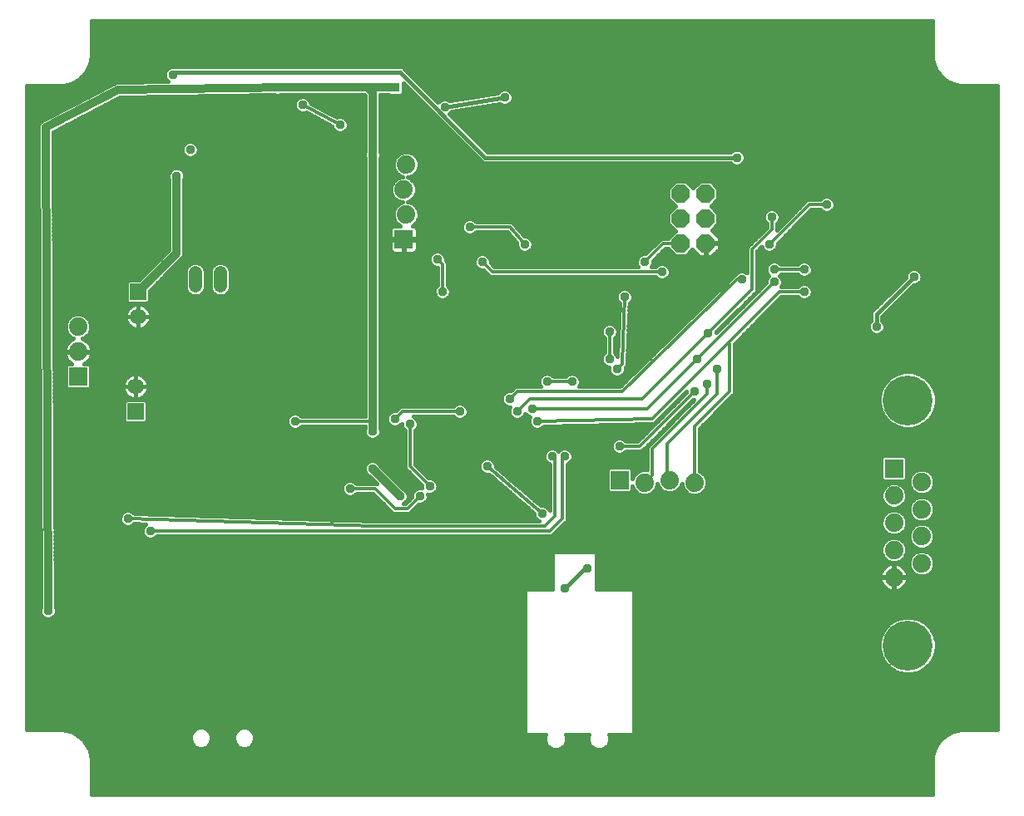
<source format=gbl>
G75*
%MOIN*%
%OFA0B0*%
%FSLAX24Y24*%
%IPPOS*%
%LPD*%
%AMOC8*
5,1,8,0,0,1.08239X$1,22.5*
%
%ADD10OC8,0.0740*%
%ADD11R,0.0740X0.0740*%
%ADD12C,0.0740*%
%ADD13C,0.2000*%
%ADD14R,0.0650X0.0650*%
%ADD15C,0.0650*%
%ADD16C,0.0540*%
%ADD17C,0.0376*%
%ADD18C,0.0120*%
%ADD19C,0.0160*%
%ADD20R,0.0376X0.0376*%
%ADD21C,0.0270*%
%ADD22C,0.0337*%
%ADD23C,0.0320*%
D10*
X031076Y025758D03*
X032076Y025758D03*
X032076Y026758D03*
X031076Y026758D03*
X031076Y027758D03*
X032076Y027758D03*
D11*
X019981Y025916D03*
X028631Y016266D03*
X039624Y016729D03*
X006931Y020416D03*
D12*
X006931Y021416D03*
X006931Y022416D03*
X019981Y027916D03*
X020081Y028916D03*
X020081Y026916D03*
X029631Y016166D03*
X030631Y016266D03*
X031631Y016166D03*
X039624Y015638D03*
X040742Y016182D03*
X040742Y015091D03*
X039624Y014548D03*
X040742Y014005D03*
X039624Y013457D03*
X040742Y012914D03*
X039624Y012367D03*
D13*
X040183Y009627D03*
X040183Y019469D03*
D14*
X009331Y023816D03*
X009231Y019016D03*
D15*
X009231Y020016D03*
X009331Y022816D03*
D16*
X011631Y024046D02*
X011631Y024586D01*
X012631Y024586D02*
X012631Y024046D01*
D17*
X008181Y026116D03*
X010881Y028466D03*
X009831Y028916D03*
X009831Y029416D03*
X009331Y029416D03*
X011431Y029516D03*
X014131Y029916D03*
X015931Y031316D03*
X014931Y032016D03*
X017431Y030516D03*
X018731Y029316D03*
X021631Y031216D03*
X024031Y031616D03*
X029031Y030116D03*
X029531Y030116D03*
X031731Y029516D03*
X033331Y029197D03*
X034731Y026816D03*
X034631Y025716D03*
X034831Y024716D03*
X034831Y024216D03*
X036031Y023816D03*
X036031Y024716D03*
X037781Y025516D03*
X037881Y027316D03*
X036931Y027316D03*
X040431Y024416D03*
X038931Y022416D03*
X033881Y020116D03*
X032531Y020716D03*
X031731Y021116D03*
X032131Y020116D03*
X031631Y019816D03*
X028531Y020716D03*
X028231Y021116D03*
X028231Y022216D03*
X028831Y023616D03*
X030331Y024616D03*
X029631Y025016D03*
X028231Y026616D03*
X027231Y026716D03*
X026231Y026716D03*
X025131Y026716D03*
X024831Y025716D03*
X023131Y025016D03*
X021531Y023816D03*
X021331Y025116D03*
X022631Y026416D03*
X024281Y021016D03*
X025731Y020216D03*
X026731Y020216D03*
X025131Y019116D03*
X025331Y018616D03*
X024531Y019016D03*
X024231Y019516D03*
X022231Y019016D03*
X020231Y018516D03*
X019631Y018716D03*
X018731Y018216D03*
X018731Y016716D03*
X017831Y015916D03*
X019831Y015616D03*
X020631Y015616D03*
X021031Y016016D03*
X023331Y016816D03*
X025531Y014916D03*
X025931Y017216D03*
X026431Y017216D03*
X028631Y017616D03*
X027331Y012716D03*
X026431Y011916D03*
X015631Y018616D03*
X018031Y021116D03*
X008931Y014716D03*
X009831Y014216D03*
X005731Y011016D03*
X032181Y022166D03*
X033531Y024316D03*
X010731Y032516D03*
D18*
X015931Y031316D02*
X017431Y030516D01*
X022631Y026416D02*
X024231Y026416D01*
X024831Y025716D01*
X023531Y024616D02*
X023131Y025016D01*
X023531Y024616D02*
X030331Y024616D01*
X029631Y025016D02*
X030373Y025758D01*
X031076Y025758D01*
X033331Y024316D02*
X028731Y019816D01*
X024531Y019816D01*
X024231Y019516D01*
X024531Y019016D02*
X025031Y019516D01*
X029531Y019516D01*
X032181Y022166D01*
X033931Y023916D01*
X033931Y025516D01*
X034731Y026316D01*
X034731Y026816D01*
X034631Y025716D02*
X036231Y027316D01*
X036931Y027316D01*
X036031Y024716D02*
X034831Y024716D01*
X034831Y024216D02*
X031881Y021266D01*
X031731Y021116D01*
X029731Y019116D01*
X025131Y019116D01*
X025331Y018616D02*
X029931Y018716D01*
X032981Y021766D01*
X033031Y021716D01*
X033031Y019816D01*
X031631Y018416D01*
X031631Y016166D01*
X030631Y016266D02*
X030531Y016366D01*
X030531Y017716D01*
X032531Y019716D01*
X032531Y020716D01*
X032131Y020116D02*
X032131Y019716D01*
X029931Y017516D01*
X029931Y016466D01*
X029631Y016166D01*
X029431Y017616D02*
X028631Y017616D01*
X029431Y017616D02*
X031631Y019816D01*
X032981Y021766D02*
X035031Y023816D01*
X036031Y023816D01*
X033531Y024316D02*
X033331Y024316D01*
X028831Y023616D02*
X028731Y020916D01*
X028531Y020716D01*
X028231Y021116D02*
X028231Y022216D01*
X026731Y020216D02*
X025731Y020216D01*
X022231Y019016D02*
X019931Y019016D01*
X019631Y018716D01*
X020231Y018516D02*
X020231Y016816D01*
X021031Y016016D01*
X020631Y015616D02*
X020131Y015116D01*
X019631Y015116D01*
X018831Y015916D01*
X017831Y015916D01*
X018831Y014416D02*
X025631Y014416D01*
X026031Y014816D01*
X026031Y017116D01*
X025931Y017216D01*
X026331Y017216D02*
X026431Y017216D01*
X026331Y017216D02*
X026331Y014716D01*
X025831Y014216D01*
X009831Y014216D01*
X008931Y014716D02*
X018831Y014416D01*
X023331Y016816D02*
X025531Y014916D01*
X018731Y018616D02*
X015631Y018616D01*
X021531Y023816D02*
X021531Y024916D01*
X021331Y025116D01*
D19*
X007467Y004961D02*
X007467Y003646D01*
X041165Y003646D01*
X041165Y004961D01*
X041163Y004963D01*
X041165Y004993D01*
X041165Y005024D01*
X041167Y005026D01*
X041175Y005138D01*
X041172Y005143D01*
X041178Y005170D01*
X041179Y005197D01*
X041184Y005202D01*
X041209Y005314D01*
X041206Y005320D01*
X041216Y005346D01*
X041222Y005373D01*
X041227Y005376D01*
X041267Y005484D01*
X041266Y005490D01*
X041279Y005514D01*
X041288Y005540D01*
X041294Y005543D01*
X041349Y005644D01*
X041348Y005650D01*
X041365Y005672D01*
X041378Y005696D01*
X041384Y005698D01*
X041453Y005791D01*
X041453Y005797D01*
X041473Y005816D01*
X041489Y005838D01*
X041496Y005839D01*
X041577Y005921D01*
X041578Y005927D01*
X041600Y005944D01*
X041619Y005963D01*
X041626Y005963D01*
X041718Y006032D01*
X041720Y006038D01*
X041744Y006051D01*
X041766Y006068D01*
X041772Y006067D01*
X041874Y006122D01*
X041876Y006128D01*
X041902Y006138D01*
X041926Y006151D01*
X041932Y006149D01*
X042040Y006189D01*
X042044Y006195D01*
X042071Y006201D01*
X042096Y006210D01*
X042102Y006208D01*
X042215Y006232D01*
X042219Y006237D01*
X042246Y006239D01*
X042273Y006245D01*
X042279Y006241D01*
X042391Y006249D01*
X042393Y006252D01*
X042423Y006252D01*
X042453Y006254D01*
X042456Y006252D01*
X043771Y006252D01*
X043771Y032076D01*
X042456Y032076D01*
X042453Y032074D01*
X042423Y032076D01*
X042393Y032076D01*
X042391Y032078D01*
X042279Y032086D01*
X042273Y032083D01*
X042246Y032088D01*
X042219Y032090D01*
X042215Y032095D01*
X042102Y032120D01*
X042096Y032117D01*
X042071Y032127D01*
X042044Y032132D01*
X042040Y032138D01*
X041932Y032178D01*
X041926Y032176D01*
X041902Y032190D01*
X041876Y032199D01*
X041874Y032205D01*
X041772Y032260D01*
X041766Y032259D01*
X041744Y032276D01*
X041720Y032289D01*
X041718Y032295D01*
X041626Y032364D01*
X041619Y032364D01*
X041600Y032384D01*
X041578Y032400D01*
X041577Y032407D01*
X041496Y032488D01*
X041489Y032489D01*
X041473Y032511D01*
X041453Y032530D01*
X041453Y032537D01*
X041384Y032629D01*
X041378Y032631D01*
X041365Y032655D01*
X041348Y032677D01*
X041349Y032683D01*
X041294Y032785D01*
X041288Y032787D01*
X041279Y032813D01*
X041266Y032837D01*
X041267Y032843D01*
X041227Y032951D01*
X041222Y032955D01*
X041216Y032982D01*
X041206Y033007D01*
X041209Y033013D01*
X041184Y033126D01*
X041179Y033130D01*
X041178Y033157D01*
X041172Y033184D01*
X041175Y033190D01*
X041167Y033301D01*
X041165Y033304D01*
X041165Y033334D01*
X041163Y033364D01*
X041165Y033367D01*
X041165Y034682D01*
X007467Y034682D01*
X007467Y033367D01*
X007469Y033364D01*
X007467Y033334D01*
X007467Y033304D01*
X007464Y033301D01*
X007456Y033190D01*
X007460Y033184D01*
X007454Y033157D01*
X007452Y033130D01*
X007447Y033126D01*
X007423Y033013D01*
X007425Y033007D01*
X007416Y032982D01*
X007410Y032955D01*
X007404Y032951D01*
X007364Y032843D01*
X007366Y032837D01*
X007353Y032813D01*
X007343Y032787D01*
X007337Y032785D01*
X007282Y032683D01*
X007283Y032677D01*
X007267Y032655D01*
X007253Y032631D01*
X007247Y032629D01*
X007178Y032537D01*
X007178Y032530D01*
X007159Y032511D01*
X007142Y032489D01*
X007136Y032488D01*
X007054Y032407D01*
X007053Y032400D01*
X007031Y032384D01*
X007012Y032364D01*
X007006Y032364D01*
X006913Y032295D01*
X006911Y032289D01*
X006887Y032276D01*
X006865Y032259D01*
X006859Y032260D01*
X006758Y032205D01*
X006755Y032199D01*
X006729Y032190D01*
X006705Y032176D01*
X006699Y032178D01*
X006591Y032138D01*
X006588Y032132D01*
X006561Y032127D01*
X006535Y032117D01*
X006529Y032120D01*
X006417Y032095D01*
X006412Y032090D01*
X006385Y032088D01*
X006358Y032083D01*
X006353Y032086D01*
X006241Y032078D01*
X006239Y032076D01*
X006208Y032076D01*
X006178Y032074D01*
X006176Y032076D01*
X004861Y032076D01*
X004861Y006252D01*
X006176Y006252D01*
X006178Y006254D01*
X006208Y006252D01*
X006239Y006252D01*
X006241Y006249D01*
X006353Y006241D01*
X006358Y006245D01*
X006385Y006239D01*
X006412Y006237D01*
X006417Y006232D01*
X006529Y006208D01*
X006535Y006210D01*
X006561Y006201D01*
X006588Y006195D01*
X006591Y006189D01*
X006699Y006149D01*
X006705Y006151D01*
X006729Y006138D01*
X006755Y006128D01*
X006758Y006122D01*
X006859Y006067D01*
X006865Y006068D01*
X006887Y006051D01*
X006911Y006038D01*
X006913Y006032D01*
X007006Y005963D01*
X007012Y005963D01*
X007031Y005944D01*
X007053Y005927D01*
X007054Y005921D01*
X007136Y005839D01*
X007142Y005838D01*
X007159Y005816D01*
X007178Y005797D01*
X007178Y005791D01*
X007247Y005698D01*
X007253Y005696D01*
X007267Y005672D01*
X007283Y005650D01*
X007282Y005644D01*
X007337Y005543D01*
X007343Y005540D01*
X007353Y005514D01*
X007366Y005490D01*
X007364Y005484D01*
X007404Y005376D01*
X007410Y005373D01*
X007416Y005346D01*
X007425Y005320D01*
X007423Y005314D01*
X007447Y005202D01*
X007452Y005197D01*
X007454Y005170D01*
X007460Y005143D01*
X007456Y005138D01*
X007464Y005026D01*
X007467Y005024D01*
X007467Y004993D01*
X007469Y004963D01*
X007467Y004961D01*
X007467Y005001D02*
X041165Y005001D01*
X041175Y005159D02*
X007456Y005159D01*
X007424Y005318D02*
X041207Y005318D01*
X041264Y005476D02*
X027960Y005476D01*
X027888Y005446D02*
X028045Y005511D01*
X028165Y005631D01*
X028230Y005788D01*
X028230Y005958D01*
X028197Y006036D01*
X029164Y006036D01*
X029211Y006082D01*
X029211Y011849D01*
X029164Y011896D01*
X027711Y011896D01*
X027711Y013349D01*
X027664Y013396D01*
X025998Y013396D01*
X025951Y013349D01*
X025951Y011896D01*
X024898Y011896D01*
X024851Y011849D01*
X024851Y006082D01*
X024898Y006036D01*
X025676Y006036D01*
X025644Y005958D01*
X025644Y005788D01*
X025709Y005631D01*
X025829Y005511D01*
X025986Y005446D01*
X026155Y005446D01*
X026312Y005511D01*
X026432Y005631D01*
X026497Y005788D01*
X026497Y005958D01*
X026465Y006036D01*
X027408Y006036D01*
X027376Y005958D01*
X027376Y005788D01*
X027441Y005631D01*
X027561Y005511D01*
X027718Y005446D01*
X027888Y005446D01*
X027646Y005476D02*
X026227Y005476D01*
X026434Y005635D02*
X027440Y005635D01*
X027376Y005793D02*
X026497Y005793D01*
X026497Y005952D02*
X027376Y005952D01*
X028166Y005635D02*
X041344Y005635D01*
X041453Y005793D02*
X028230Y005793D01*
X028230Y005952D02*
X041608Y005952D01*
X041851Y006110D02*
X029211Y006110D01*
X029211Y006269D02*
X043771Y006269D01*
X043771Y006427D02*
X029211Y006427D01*
X029211Y006586D02*
X043771Y006586D01*
X043771Y006744D02*
X029211Y006744D01*
X029211Y006903D02*
X043771Y006903D01*
X043771Y007061D02*
X029211Y007061D01*
X029211Y007220D02*
X043771Y007220D01*
X043771Y007378D02*
X029211Y007378D01*
X029211Y007537D02*
X043771Y007537D01*
X043771Y007695D02*
X029211Y007695D01*
X029211Y007854D02*
X043771Y007854D01*
X043771Y008012D02*
X029211Y008012D01*
X029211Y008171D02*
X043771Y008171D01*
X043771Y008329D02*
X029211Y008329D01*
X029211Y008488D02*
X040029Y008488D01*
X040033Y008487D02*
X040333Y008487D01*
X040623Y008564D01*
X040883Y008714D01*
X041095Y008927D01*
X041245Y009187D01*
X041323Y009477D01*
X041323Y009777D01*
X041245Y010067D01*
X041095Y010327D01*
X040883Y010539D01*
X040623Y010689D01*
X040333Y010767D01*
X040033Y010767D01*
X039743Y010689D01*
X039483Y010539D01*
X039270Y010327D01*
X039120Y010067D01*
X039043Y009777D01*
X039043Y009477D01*
X039120Y009187D01*
X039270Y008927D01*
X039483Y008714D01*
X039743Y008564D01*
X040033Y008487D01*
X040336Y008488D02*
X043771Y008488D01*
X043771Y008646D02*
X040764Y008646D01*
X040973Y008805D02*
X043771Y008805D01*
X043771Y008963D02*
X041116Y008963D01*
X041207Y009122D02*
X043771Y009122D01*
X043771Y009280D02*
X041270Y009280D01*
X041313Y009439D02*
X043771Y009439D01*
X043771Y009597D02*
X041323Y009597D01*
X041323Y009756D02*
X043771Y009756D01*
X043771Y009914D02*
X041286Y009914D01*
X041242Y010073D02*
X043771Y010073D01*
X043771Y010231D02*
X041150Y010231D01*
X041032Y010390D02*
X043771Y010390D01*
X043771Y010548D02*
X040867Y010548D01*
X040557Y010707D02*
X043771Y010707D01*
X043771Y010865D02*
X029211Y010865D01*
X029211Y010707D02*
X039809Y010707D01*
X039499Y010548D02*
X029211Y010548D01*
X029211Y010390D02*
X039333Y010390D01*
X039215Y010231D02*
X029211Y010231D01*
X029211Y010073D02*
X039124Y010073D01*
X039079Y009914D02*
X029211Y009914D01*
X029211Y009756D02*
X039043Y009756D01*
X039043Y009597D02*
X029211Y009597D01*
X029211Y009439D02*
X039053Y009439D01*
X039095Y009280D02*
X029211Y009280D01*
X029211Y009122D02*
X039158Y009122D01*
X039249Y008963D02*
X029211Y008963D01*
X029211Y008805D02*
X039392Y008805D01*
X039601Y008646D02*
X029211Y008646D01*
X029211Y011024D02*
X043771Y011024D01*
X043771Y011182D02*
X029211Y011182D01*
X029211Y011341D02*
X043771Y011341D01*
X043771Y011499D02*
X029211Y011499D01*
X029211Y011658D02*
X043771Y011658D01*
X043771Y011816D02*
X029211Y011816D01*
X027711Y011975D02*
X039238Y011975D01*
X039265Y011947D02*
X039335Y011896D01*
X039412Y011857D01*
X039495Y011830D01*
X039580Y011817D01*
X039604Y011817D01*
X039604Y012347D01*
X039644Y012347D01*
X039644Y012387D01*
X040174Y012387D01*
X040174Y012410D01*
X040160Y012496D01*
X040133Y012578D01*
X040094Y012655D01*
X040043Y012725D01*
X039982Y012786D01*
X039912Y012837D01*
X039835Y012877D01*
X039752Y012903D01*
X039667Y012917D01*
X039644Y012917D01*
X039644Y012387D01*
X039604Y012387D01*
X039604Y012917D01*
X039580Y012917D01*
X039495Y012903D01*
X039412Y012877D01*
X039335Y012837D01*
X039265Y012786D01*
X039204Y012725D01*
X039153Y012655D01*
X039114Y012578D01*
X039087Y012496D01*
X039074Y012410D01*
X039074Y012387D01*
X039604Y012387D01*
X039604Y012347D01*
X039074Y012347D01*
X039074Y012324D01*
X039087Y012238D01*
X039114Y012156D01*
X039153Y012079D01*
X039204Y012008D01*
X039265Y011947D01*
X039125Y012133D02*
X027711Y012133D01*
X027711Y012292D02*
X039079Y012292D01*
X039080Y012450D02*
X027711Y012450D01*
X027711Y012609D02*
X039130Y012609D01*
X039246Y012767D02*
X027711Y012767D01*
X027711Y012926D02*
X040232Y012926D01*
X040232Y013015D02*
X040232Y012813D01*
X040309Y012625D01*
X040453Y012482D01*
X040640Y012404D01*
X040843Y012404D01*
X041031Y012482D01*
X041174Y012625D01*
X041252Y012813D01*
X041252Y013015D01*
X041174Y013203D01*
X041031Y013346D01*
X040843Y013424D01*
X040640Y013424D01*
X040453Y013346D01*
X040309Y013203D01*
X040232Y013015D01*
X040260Y013084D02*
X039972Y013084D01*
X039913Y013025D02*
X040056Y013168D01*
X040134Y013356D01*
X040134Y013559D01*
X040056Y013746D01*
X039913Y013890D01*
X039725Y013967D01*
X039522Y013967D01*
X039335Y013890D01*
X039191Y013746D01*
X039114Y013559D01*
X039114Y013356D01*
X039191Y013168D01*
X039335Y013025D01*
X039522Y012947D01*
X039725Y012947D01*
X039913Y013025D01*
X040001Y012767D02*
X040251Y012767D01*
X040326Y012609D02*
X040118Y012609D01*
X040167Y012450D02*
X040529Y012450D01*
X040174Y012347D02*
X039644Y012347D01*
X039644Y011817D01*
X039667Y011817D01*
X039752Y011830D01*
X039835Y011857D01*
X039912Y011896D01*
X039982Y011947D01*
X040043Y012008D01*
X040094Y012079D01*
X040133Y012156D01*
X040160Y012238D01*
X040174Y012324D01*
X040174Y012347D01*
X040169Y012292D02*
X043771Y012292D01*
X043771Y012450D02*
X040954Y012450D01*
X041158Y012609D02*
X043771Y012609D01*
X043771Y012767D02*
X041233Y012767D01*
X041252Y012926D02*
X043771Y012926D01*
X043771Y013084D02*
X041223Y013084D01*
X041134Y013243D02*
X043771Y013243D01*
X043771Y013401D02*
X040898Y013401D01*
X040843Y013495D02*
X041031Y013572D01*
X041174Y013716D01*
X041252Y013903D01*
X041252Y014106D01*
X041174Y014293D01*
X041031Y014437D01*
X040843Y014515D01*
X040640Y014515D01*
X040453Y014437D01*
X040309Y014293D01*
X040232Y014106D01*
X040232Y013903D01*
X040309Y013716D01*
X040453Y013572D01*
X040640Y013495D01*
X040843Y013495D01*
X041000Y013560D02*
X043771Y013560D01*
X043771Y013718D02*
X041175Y013718D01*
X041241Y013877D02*
X043771Y013877D01*
X043771Y014035D02*
X041252Y014035D01*
X041215Y014194D02*
X043771Y014194D01*
X043771Y014352D02*
X041115Y014352D01*
X040853Y014511D02*
X043771Y014511D01*
X043771Y014669D02*
X041041Y014669D01*
X041031Y014659D02*
X041174Y014802D01*
X041252Y014990D01*
X041252Y015193D01*
X041174Y015380D01*
X041031Y015524D01*
X040843Y015601D01*
X040640Y015601D01*
X040453Y015524D01*
X040309Y015380D01*
X040232Y015193D01*
X040232Y014990D01*
X040309Y014802D01*
X040453Y014659D01*
X040640Y014581D01*
X040843Y014581D01*
X041031Y014659D01*
X041185Y014828D02*
X043771Y014828D01*
X043771Y014986D02*
X041250Y014986D01*
X041252Y015145D02*
X043771Y015145D01*
X043771Y015303D02*
X041206Y015303D01*
X041093Y015462D02*
X043771Y015462D01*
X043771Y015620D02*
X040134Y015620D01*
X040134Y015537D02*
X040056Y015350D01*
X039913Y015206D01*
X039725Y015128D01*
X039522Y015128D01*
X039335Y015206D01*
X039191Y015350D01*
X039114Y015537D01*
X039114Y015740D01*
X039191Y015927D01*
X039335Y016071D01*
X039522Y016148D01*
X039725Y016148D01*
X039913Y016071D01*
X040056Y015927D01*
X040134Y015740D01*
X040134Y015537D01*
X040102Y015462D02*
X040391Y015462D01*
X040277Y015303D02*
X040010Y015303D01*
X040232Y015145D02*
X039764Y015145D01*
X039725Y015058D02*
X039522Y015058D01*
X039335Y014980D01*
X039191Y014837D01*
X039114Y014649D01*
X039114Y014446D01*
X039191Y014259D01*
X039335Y014116D01*
X039522Y014038D01*
X039725Y014038D01*
X039913Y014116D01*
X040056Y014259D01*
X040134Y014446D01*
X040134Y014649D01*
X040056Y014837D01*
X039913Y014980D01*
X039725Y015058D01*
X039898Y014986D02*
X040233Y014986D01*
X040299Y014828D02*
X040060Y014828D01*
X040125Y014669D02*
X040443Y014669D01*
X040631Y014511D02*
X040134Y014511D01*
X040095Y014352D02*
X040368Y014352D01*
X040268Y014194D02*
X039991Y014194D01*
X040232Y014035D02*
X025933Y014035D01*
X025914Y014016D02*
X026414Y014516D01*
X026531Y014633D01*
X026531Y016902D01*
X026617Y016937D01*
X026709Y017030D01*
X026759Y017150D01*
X026759Y017281D01*
X026709Y017401D01*
X026617Y017494D01*
X026496Y017544D01*
X026365Y017544D01*
X026245Y017494D01*
X026181Y017430D01*
X026117Y017494D01*
X025996Y017544D01*
X025865Y017544D01*
X025745Y017494D01*
X025653Y017401D01*
X025603Y017281D01*
X025603Y017150D01*
X025653Y017030D01*
X025745Y016937D01*
X025831Y016902D01*
X025831Y015049D01*
X025809Y015101D01*
X025717Y015194D01*
X025596Y015244D01*
X025465Y015244D01*
X025460Y015241D01*
X023659Y016797D01*
X023659Y016881D01*
X023609Y017001D01*
X023517Y017094D01*
X023396Y017144D01*
X023265Y017144D01*
X023145Y017094D01*
X023053Y017001D01*
X023003Y016881D01*
X023003Y016750D01*
X023053Y016630D01*
X023145Y016537D01*
X023265Y016488D01*
X023396Y016488D01*
X023402Y016490D01*
X025203Y014935D01*
X025203Y014850D01*
X025253Y014730D01*
X025345Y014637D01*
X025398Y014616D01*
X018834Y014616D01*
X009203Y014907D01*
X009117Y014994D01*
X008996Y015044D01*
X008865Y015044D01*
X008745Y014994D01*
X008653Y014901D01*
X008603Y014781D01*
X008603Y014650D01*
X008653Y014530D01*
X008745Y014437D01*
X008865Y014388D01*
X008996Y014388D01*
X009117Y014437D01*
X009187Y014508D01*
X009645Y014494D01*
X009645Y014494D01*
X009553Y014401D01*
X009503Y014281D01*
X009503Y014150D01*
X009553Y014030D01*
X009645Y013937D01*
X009765Y013888D01*
X009896Y013888D01*
X010017Y013937D01*
X010095Y014016D01*
X025914Y014016D01*
X026092Y014194D02*
X039257Y014194D01*
X039153Y014352D02*
X026250Y014352D01*
X026409Y014511D02*
X039114Y014511D01*
X039122Y014669D02*
X026531Y014669D01*
X026531Y014828D02*
X039187Y014828D01*
X039349Y014986D02*
X026531Y014986D01*
X026531Y015145D02*
X039483Y015145D01*
X039238Y015303D02*
X026531Y015303D01*
X026531Y015462D02*
X039145Y015462D01*
X039114Y015620D02*
X026531Y015620D01*
X026531Y015779D02*
X028180Y015779D01*
X028203Y015756D02*
X029059Y015756D01*
X029141Y015838D01*
X029141Y016016D01*
X029198Y015877D01*
X029342Y015733D01*
X029529Y015656D01*
X029732Y015656D01*
X029920Y015733D01*
X030063Y015877D01*
X030141Y016064D01*
X030141Y016116D01*
X030198Y015977D01*
X030342Y015833D01*
X030529Y015756D01*
X030732Y015756D01*
X030920Y015833D01*
X031063Y015977D01*
X031121Y016116D01*
X031121Y016064D01*
X031198Y015877D01*
X031342Y015733D01*
X031529Y015656D01*
X031732Y015656D01*
X031920Y015733D01*
X032063Y015877D01*
X032141Y016064D01*
X032141Y016267D01*
X032063Y016455D01*
X031920Y016598D01*
X031831Y016635D01*
X031831Y018333D01*
X033114Y019616D01*
X033231Y019733D01*
X033231Y021733D01*
X035114Y023616D01*
X035767Y023616D01*
X035845Y023537D01*
X035965Y023488D01*
X036096Y023488D01*
X036217Y023537D01*
X036309Y023630D01*
X036359Y023750D01*
X036359Y023881D01*
X036309Y024001D01*
X036217Y024094D01*
X036096Y024144D01*
X035965Y024144D01*
X035845Y024094D01*
X035767Y024016D01*
X035095Y024016D01*
X035109Y024030D01*
X035159Y024150D01*
X035159Y024281D01*
X035109Y024401D01*
X035045Y024466D01*
X035095Y024516D01*
X035767Y024516D01*
X035845Y024437D01*
X035965Y024388D01*
X036096Y024388D01*
X036217Y024437D01*
X036309Y024530D01*
X036359Y024650D01*
X036359Y024781D01*
X036309Y024901D01*
X036217Y024994D01*
X036096Y025044D01*
X035965Y025044D01*
X035845Y024994D01*
X035767Y024916D01*
X035095Y024916D01*
X035017Y024994D01*
X034896Y025044D01*
X034765Y025044D01*
X034645Y024994D01*
X034553Y024901D01*
X034503Y024781D01*
X034503Y024650D01*
X034553Y024530D01*
X034617Y024466D01*
X034553Y024401D01*
X034503Y024281D01*
X034503Y024170D01*
X032509Y022177D01*
X032509Y022211D01*
X034131Y023833D01*
X034131Y025433D01*
X034316Y025618D01*
X034353Y025530D01*
X034445Y025437D01*
X034565Y025388D01*
X034696Y025388D01*
X034817Y025437D01*
X034909Y025530D01*
X034959Y025650D01*
X034959Y025761D01*
X036314Y027116D01*
X036667Y027116D01*
X036745Y027037D01*
X036865Y026988D01*
X036996Y026988D01*
X037117Y027037D01*
X037209Y027130D01*
X037259Y027250D01*
X037259Y027381D01*
X037209Y027501D01*
X037117Y027594D01*
X036996Y027644D01*
X036865Y027644D01*
X036745Y027594D01*
X036667Y027516D01*
X036148Y027516D01*
X034931Y026298D01*
X034931Y026552D01*
X035009Y026630D01*
X035059Y026750D01*
X035059Y026881D01*
X035009Y027001D01*
X034917Y027094D01*
X034796Y027144D01*
X034665Y027144D01*
X034545Y027094D01*
X034453Y027001D01*
X034403Y026881D01*
X034403Y026750D01*
X034453Y026630D01*
X034531Y026552D01*
X034531Y026398D01*
X033848Y025716D01*
X033731Y025598D01*
X033731Y024580D01*
X033717Y024594D01*
X033596Y024644D01*
X033465Y024644D01*
X033345Y024594D01*
X033267Y024516D01*
X033250Y024517D01*
X033249Y024516D01*
X033248Y024516D01*
X033190Y024458D01*
X028649Y020016D01*
X026995Y020016D01*
X027009Y020030D01*
X027059Y020150D01*
X027059Y020281D01*
X027009Y020401D01*
X026917Y020494D01*
X026796Y020544D01*
X026665Y020544D01*
X026545Y020494D01*
X026467Y020416D01*
X025995Y020416D01*
X025917Y020494D01*
X025796Y020544D01*
X025665Y020544D01*
X025545Y020494D01*
X025453Y020401D01*
X025403Y020281D01*
X025403Y020150D01*
X025453Y020030D01*
X025467Y020016D01*
X024448Y020016D01*
X024276Y019844D01*
X024165Y019844D01*
X024045Y019794D01*
X023953Y019701D01*
X023903Y019581D01*
X023903Y019450D01*
X023953Y019330D01*
X024045Y019237D01*
X024165Y019188D01*
X024247Y019188D01*
X024203Y019081D01*
X024203Y018950D01*
X024253Y018830D01*
X024345Y018737D01*
X024465Y018688D01*
X024596Y018688D01*
X024717Y018737D01*
X024809Y018830D01*
X024851Y018932D01*
X024853Y018930D01*
X024945Y018837D01*
X025050Y018794D01*
X025003Y018681D01*
X025003Y018550D01*
X025053Y018430D01*
X025145Y018337D01*
X025265Y018288D01*
X025396Y018288D01*
X025517Y018337D01*
X025601Y018421D01*
X029933Y018516D01*
X030014Y018516D01*
X030015Y018517D01*
X030018Y018517D01*
X030074Y018576D01*
X031303Y019805D01*
X031303Y019770D01*
X029348Y017816D01*
X028895Y017816D01*
X028817Y017894D01*
X028696Y017944D01*
X028565Y017944D01*
X028445Y017894D01*
X028353Y017801D01*
X028303Y017681D01*
X028303Y017550D01*
X028353Y017430D01*
X028445Y017337D01*
X028565Y017288D01*
X028696Y017288D01*
X028817Y017337D01*
X028895Y017416D01*
X029514Y017416D01*
X029631Y017533D01*
X031585Y019488D01*
X031620Y019488D01*
X029731Y017598D01*
X029731Y016676D01*
X029529Y016676D01*
X029342Y016598D01*
X029198Y016455D01*
X029141Y016315D01*
X029141Y016694D01*
X029059Y016776D01*
X028203Y016776D01*
X028121Y016694D01*
X028121Y015838D01*
X028203Y015756D01*
X028121Y015937D02*
X026531Y015937D01*
X026531Y016096D02*
X028121Y016096D01*
X028121Y016254D02*
X026531Y016254D01*
X026531Y016413D02*
X028121Y016413D01*
X028121Y016571D02*
X026531Y016571D01*
X026531Y016730D02*
X028157Y016730D01*
X028419Y017364D02*
X026725Y017364D01*
X026759Y017205D02*
X029731Y017205D01*
X029731Y017047D02*
X026716Y017047D01*
X026531Y016888D02*
X029731Y016888D01*
X029731Y016730D02*
X029105Y016730D01*
X029141Y016571D02*
X029315Y016571D01*
X029181Y016413D02*
X029141Y016413D01*
X029141Y015937D02*
X029173Y015937D01*
X029082Y015779D02*
X029296Y015779D01*
X029965Y015779D02*
X030474Y015779D01*
X030238Y015937D02*
X030088Y015937D01*
X030141Y016096D02*
X030149Y016096D01*
X030788Y015779D02*
X031296Y015779D01*
X031173Y015937D02*
X031023Y015937D01*
X031112Y016096D02*
X031121Y016096D01*
X031965Y015779D02*
X039130Y015779D01*
X039201Y015937D02*
X032088Y015937D01*
X032141Y016096D02*
X039395Y016096D01*
X039196Y016219D02*
X039114Y016301D01*
X039114Y017157D01*
X039196Y017239D01*
X040052Y017239D01*
X040134Y017157D01*
X040134Y016301D01*
X040052Y016219D01*
X039196Y016219D01*
X039160Y016254D02*
X032141Y016254D01*
X032080Y016413D02*
X039114Y016413D01*
X039114Y016571D02*
X031946Y016571D01*
X031831Y016730D02*
X039114Y016730D01*
X039114Y016888D02*
X031831Y016888D01*
X031831Y017047D02*
X039114Y017047D01*
X039162Y017205D02*
X031831Y017205D01*
X031831Y017364D02*
X043771Y017364D01*
X043771Y017522D02*
X031831Y017522D01*
X031831Y017681D02*
X043771Y017681D01*
X043771Y017839D02*
X031831Y017839D01*
X031831Y017998D02*
X043771Y017998D01*
X043771Y018156D02*
X031831Y018156D01*
X031831Y018315D02*
X043771Y018315D01*
X043771Y018473D02*
X040738Y018473D01*
X040623Y018407D02*
X040883Y018557D01*
X041095Y018769D01*
X041245Y019029D01*
X041323Y019319D01*
X041323Y019619D01*
X041245Y019909D01*
X041095Y020169D01*
X040883Y020381D01*
X040623Y020531D01*
X040333Y020609D01*
X040033Y020609D01*
X039743Y020531D01*
X039483Y020381D01*
X039270Y020169D01*
X039120Y019909D01*
X039043Y019619D01*
X039043Y019319D01*
X039120Y019029D01*
X039270Y018769D01*
X039483Y018557D01*
X039743Y018407D01*
X040033Y018329D01*
X040333Y018329D01*
X040623Y018407D01*
X040957Y018632D02*
X043771Y018632D01*
X043771Y018790D02*
X041107Y018790D01*
X041199Y018949D02*
X043771Y018949D01*
X043771Y019107D02*
X041266Y019107D01*
X041308Y019266D02*
X043771Y019266D01*
X043771Y019424D02*
X041323Y019424D01*
X041323Y019583D02*
X043771Y019583D01*
X043771Y019741D02*
X041290Y019741D01*
X041248Y019900D02*
X043771Y019900D01*
X043771Y020058D02*
X041159Y020058D01*
X041047Y020217D02*
X043771Y020217D01*
X043771Y020375D02*
X040889Y020375D01*
X040615Y020534D02*
X043771Y020534D01*
X043771Y020692D02*
X033231Y020692D01*
X033231Y020534D02*
X039751Y020534D01*
X039476Y020375D02*
X033231Y020375D01*
X033231Y020217D02*
X039318Y020217D01*
X039206Y020058D02*
X033231Y020058D01*
X033231Y019900D02*
X039118Y019900D01*
X039075Y019741D02*
X033231Y019741D01*
X033081Y019583D02*
X039043Y019583D01*
X039043Y019424D02*
X032922Y019424D01*
X032764Y019266D02*
X039057Y019266D01*
X039099Y019107D02*
X032605Y019107D01*
X032447Y018949D02*
X039167Y018949D01*
X039258Y018790D02*
X032288Y018790D01*
X032130Y018632D02*
X039408Y018632D01*
X039628Y018473D02*
X031971Y018473D01*
X031239Y019107D02*
X031205Y019107D01*
X031081Y018949D02*
X031047Y018949D01*
X030922Y018790D02*
X030888Y018790D01*
X030764Y018632D02*
X030730Y018632D01*
X030605Y018473D02*
X030571Y018473D01*
X030447Y018315D02*
X030413Y018315D01*
X030288Y018156D02*
X030254Y018156D01*
X030130Y017998D02*
X030096Y017998D01*
X029971Y017839D02*
X029937Y017839D01*
X029813Y017681D02*
X029779Y017681D01*
X029731Y017522D02*
X029620Y017522D01*
X029731Y017364D02*
X028843Y017364D01*
X028871Y017839D02*
X029371Y017839D01*
X029530Y017998D02*
X020431Y017998D01*
X020431Y018156D02*
X029688Y018156D01*
X029847Y018315D02*
X025461Y018315D01*
X025200Y018315D02*
X020494Y018315D01*
X020509Y018330D02*
X020559Y018450D01*
X020559Y018581D01*
X020509Y018701D01*
X020417Y018794D01*
X020364Y018816D01*
X021967Y018816D01*
X022045Y018737D01*
X022165Y018688D01*
X022296Y018688D01*
X022417Y018737D01*
X022509Y018830D01*
X022559Y018950D01*
X022559Y019081D01*
X022509Y019201D01*
X022417Y019294D01*
X022296Y019344D01*
X022165Y019344D01*
X022045Y019294D01*
X021967Y019216D01*
X019848Y019216D01*
X019676Y019044D01*
X019565Y019044D01*
X019445Y018994D01*
X019353Y018901D01*
X019303Y018781D01*
X019303Y018650D01*
X019353Y018530D01*
X019445Y018437D01*
X019565Y018388D01*
X019696Y018388D01*
X019817Y018437D01*
X019903Y018523D01*
X019903Y018450D01*
X019953Y018330D01*
X020031Y018252D01*
X020031Y016733D01*
X020703Y016061D01*
X020703Y015950D01*
X020707Y015939D01*
X020696Y015944D01*
X020565Y015944D01*
X020445Y015894D01*
X020353Y015801D01*
X020303Y015681D01*
X020303Y015570D01*
X020048Y015316D01*
X019964Y015316D01*
X020017Y015337D01*
X020109Y015430D01*
X020159Y015550D01*
X020159Y015681D01*
X020109Y015801D01*
X020017Y015894D01*
X019949Y015922D01*
X019037Y016834D01*
X019009Y016901D01*
X018917Y016994D01*
X018796Y017044D01*
X018665Y017044D01*
X018545Y016994D01*
X018453Y016901D01*
X018403Y016781D01*
X018403Y016650D01*
X018453Y016530D01*
X018545Y016437D01*
X018613Y016409D01*
X018906Y016116D01*
X018095Y016116D01*
X018017Y016194D01*
X017896Y016244D01*
X017765Y016244D01*
X017645Y016194D01*
X017553Y016101D01*
X017503Y015981D01*
X017503Y015850D01*
X017553Y015730D01*
X017645Y015637D01*
X017765Y015588D01*
X017896Y015588D01*
X018017Y015637D01*
X018095Y015716D01*
X018748Y015716D01*
X019431Y015033D01*
X019548Y014916D01*
X020214Y014916D01*
X020585Y015288D01*
X020696Y015288D01*
X020817Y015337D01*
X020909Y015430D01*
X020959Y015550D01*
X020959Y015681D01*
X020954Y015692D01*
X020965Y015688D01*
X021096Y015688D01*
X021217Y015737D01*
X021309Y015830D01*
X021359Y015950D01*
X021359Y016081D01*
X021309Y016201D01*
X021217Y016294D01*
X021096Y016344D01*
X020985Y016344D01*
X020431Y016898D01*
X020431Y018252D01*
X020509Y018330D01*
X020559Y018473D02*
X025035Y018473D01*
X025003Y018632D02*
X020538Y018632D01*
X020420Y018790D02*
X021992Y018790D01*
X022017Y019266D02*
X019031Y019266D01*
X019031Y019424D02*
X023913Y019424D01*
X023903Y019583D02*
X019031Y019583D01*
X019031Y019741D02*
X023992Y019741D01*
X024332Y019900D02*
X019031Y019900D01*
X019031Y020058D02*
X025441Y020058D01*
X025403Y020217D02*
X019031Y020217D01*
X019031Y020375D02*
X025442Y020375D01*
X025641Y020534D02*
X019031Y020534D01*
X019031Y020692D02*
X028203Y020692D01*
X028203Y020650D02*
X028253Y020530D01*
X028345Y020437D01*
X028465Y020388D01*
X028596Y020388D01*
X028717Y020437D01*
X028809Y020530D01*
X028859Y020650D01*
X028859Y020761D01*
X028870Y020772D01*
X028928Y020825D01*
X028928Y020830D01*
X028931Y020833D01*
X028931Y020912D01*
X029021Y023342D01*
X029109Y023430D01*
X029159Y023550D01*
X029159Y023681D01*
X029109Y023801D01*
X029017Y023894D01*
X028896Y023944D01*
X028765Y023944D01*
X028645Y023894D01*
X028553Y023801D01*
X028503Y023681D01*
X028503Y023550D01*
X028553Y023430D01*
X028621Y023361D01*
X028542Y021222D01*
X028509Y021301D01*
X028431Y021380D01*
X028431Y021952D01*
X028509Y022030D01*
X028559Y022150D01*
X028559Y022281D01*
X028509Y022401D01*
X028417Y022494D01*
X028296Y022544D01*
X028165Y022544D01*
X028045Y022494D01*
X027953Y022401D01*
X027903Y022281D01*
X027903Y022150D01*
X027953Y022030D01*
X028031Y021952D01*
X028031Y021380D01*
X027953Y021301D01*
X027903Y021181D01*
X027903Y021050D01*
X027953Y020930D01*
X028045Y020837D01*
X028165Y020788D01*
X028205Y020788D01*
X028203Y020781D01*
X028203Y020650D01*
X028251Y020534D02*
X026820Y020534D01*
X026641Y020534D02*
X025820Y020534D01*
X027020Y020375D02*
X029017Y020375D01*
X029179Y020534D02*
X028810Y020534D01*
X028859Y020692D02*
X029341Y020692D01*
X029503Y020851D02*
X028931Y020851D01*
X028934Y021009D02*
X029665Y021009D01*
X029827Y021168D02*
X028940Y021168D01*
X028946Y021326D02*
X029989Y021326D01*
X030151Y021485D02*
X028952Y021485D01*
X028958Y021643D02*
X030313Y021643D01*
X030475Y021802D02*
X028964Y021802D01*
X028970Y021960D02*
X030637Y021960D01*
X030799Y022119D02*
X028975Y022119D01*
X028981Y022277D02*
X030961Y022277D01*
X031123Y022436D02*
X028987Y022436D01*
X028993Y022594D02*
X031285Y022594D01*
X031447Y022753D02*
X028999Y022753D01*
X029005Y022911D02*
X031609Y022911D01*
X031771Y023070D02*
X029011Y023070D01*
X029016Y023228D02*
X031933Y023228D01*
X032095Y023387D02*
X029066Y023387D01*
X029157Y023545D02*
X032257Y023545D01*
X032419Y023704D02*
X029149Y023704D01*
X029048Y023862D02*
X032581Y023862D01*
X032743Y024021D02*
X021790Y024021D01*
X021809Y024001D02*
X021731Y024080D01*
X021731Y024998D01*
X021659Y025070D01*
X021659Y025181D01*
X021609Y025301D01*
X021517Y025394D01*
X021396Y025444D01*
X021265Y025444D01*
X021145Y025394D01*
X021053Y025301D01*
X021003Y025181D01*
X021003Y025050D01*
X021053Y024930D01*
X021145Y024837D01*
X021265Y024788D01*
X021331Y024788D01*
X021331Y024080D01*
X021253Y024001D01*
X021203Y023881D01*
X021203Y023750D01*
X021253Y023630D01*
X021345Y023537D01*
X021465Y023488D01*
X021596Y023488D01*
X021717Y023537D01*
X021809Y023630D01*
X021859Y023750D01*
X021859Y023881D01*
X021809Y024001D01*
X021859Y023862D02*
X028613Y023862D01*
X028512Y023704D02*
X021839Y023704D01*
X021724Y023545D02*
X028505Y023545D01*
X028596Y023387D02*
X019031Y023387D01*
X019031Y023545D02*
X021337Y023545D01*
X021222Y023704D02*
X019031Y023704D01*
X019031Y023862D02*
X021203Y023862D01*
X021272Y024021D02*
X019031Y024021D01*
X019031Y024179D02*
X021331Y024179D01*
X021331Y024338D02*
X019031Y024338D01*
X019031Y024496D02*
X021331Y024496D01*
X021331Y024655D02*
X019031Y024655D01*
X019031Y024813D02*
X021204Y024813D01*
X021035Y024972D02*
X019031Y024972D01*
X019031Y025130D02*
X021003Y025130D01*
X021047Y025289D02*
X019031Y025289D01*
X019031Y025447D02*
X019460Y025447D01*
X019467Y025435D02*
X019500Y025402D01*
X019541Y025378D01*
X019587Y025366D01*
X019961Y025366D01*
X019961Y025896D01*
X019431Y025896D01*
X019431Y025522D01*
X019443Y025476D01*
X019467Y025435D01*
X019431Y025606D02*
X019031Y025606D01*
X019031Y025764D02*
X019431Y025764D01*
X019431Y025936D02*
X019431Y026309D01*
X019443Y026355D01*
X019467Y026396D01*
X019500Y026430D01*
X019541Y026453D01*
X019587Y026466D01*
X019834Y026466D01*
X019792Y026483D01*
X019648Y026627D01*
X019571Y026814D01*
X019571Y027017D01*
X019648Y027205D01*
X019792Y027348D01*
X019931Y027406D01*
X019879Y027406D01*
X019692Y027483D01*
X019548Y027627D01*
X019471Y027814D01*
X019471Y028017D01*
X019548Y028205D01*
X019692Y028348D01*
X019879Y028426D01*
X019931Y028426D01*
X019792Y028483D01*
X019648Y028627D01*
X019571Y028814D01*
X019571Y029017D01*
X019648Y029205D01*
X019792Y029348D01*
X019979Y029426D01*
X020182Y029426D01*
X020370Y029348D01*
X020513Y029205D01*
X020591Y029017D01*
X020591Y028814D01*
X020513Y028627D01*
X020370Y028483D01*
X020182Y028406D01*
X020130Y028406D01*
X020270Y028348D01*
X020413Y028205D01*
X020491Y028017D01*
X020491Y027814D01*
X020413Y027627D01*
X020270Y027483D01*
X020130Y027426D01*
X020182Y027426D01*
X020370Y027348D01*
X020513Y027205D01*
X020591Y027017D01*
X020591Y026814D01*
X020513Y026627D01*
X020370Y026483D01*
X020327Y026466D01*
X020374Y026466D01*
X020420Y026453D01*
X020461Y026430D01*
X020495Y026396D01*
X020518Y026355D01*
X020531Y026309D01*
X020531Y025936D01*
X020001Y025936D01*
X020001Y025896D01*
X020531Y025896D01*
X020531Y025522D01*
X020518Y025476D01*
X020495Y025435D01*
X020461Y025402D01*
X020420Y025378D01*
X020374Y025366D01*
X020001Y025366D01*
X020001Y025896D01*
X019961Y025896D01*
X019961Y025936D01*
X019431Y025936D01*
X019431Y026081D02*
X019031Y026081D01*
X019031Y025923D02*
X019961Y025923D01*
X020001Y025923D02*
X024390Y025923D01*
X024505Y025788D02*
X024503Y025781D01*
X024503Y025650D01*
X024553Y025530D01*
X024645Y025437D01*
X024765Y025388D01*
X024896Y025388D01*
X025017Y025437D01*
X025109Y025530D01*
X025159Y025650D01*
X025159Y025781D01*
X025109Y025901D01*
X025017Y025994D01*
X024896Y026044D01*
X024813Y026044D01*
X024431Y026490D01*
X024431Y026498D01*
X024378Y026552D01*
X024329Y026609D01*
X024320Y026609D01*
X024314Y026616D01*
X024238Y026616D01*
X024163Y026621D01*
X024157Y026616D01*
X022895Y026616D01*
X022817Y026694D01*
X022696Y026744D01*
X022565Y026744D01*
X022445Y026694D01*
X022353Y026601D01*
X022303Y026481D01*
X022303Y026350D01*
X022353Y026230D01*
X022445Y026137D01*
X022565Y026088D01*
X022696Y026088D01*
X022817Y026137D01*
X022895Y026216D01*
X024139Y026216D01*
X024505Y025788D01*
X024503Y025764D02*
X020531Y025764D01*
X020531Y025606D02*
X024521Y025606D01*
X024635Y025447D02*
X020502Y025447D01*
X020001Y025447D02*
X019961Y025447D01*
X019961Y025606D02*
X020001Y025606D01*
X020001Y025764D02*
X019961Y025764D01*
X019431Y026240D02*
X019031Y026240D01*
X019031Y026398D02*
X019469Y026398D01*
X019718Y026557D02*
X019031Y026557D01*
X019031Y026715D02*
X019612Y026715D01*
X019571Y026874D02*
X019031Y026874D01*
X019031Y027032D02*
X019577Y027032D01*
X019643Y027191D02*
X019031Y027191D01*
X019031Y027349D02*
X019795Y027349D01*
X019667Y027508D02*
X019031Y027508D01*
X019031Y027666D02*
X019532Y027666D01*
X019471Y027825D02*
X019031Y027825D01*
X019031Y027983D02*
X019471Y027983D01*
X019522Y028142D02*
X019031Y028142D01*
X019031Y028300D02*
X019644Y028300D01*
X019851Y028459D02*
X019031Y028459D01*
X019031Y028617D02*
X019658Y028617D01*
X019587Y028776D02*
X019031Y028776D01*
X019031Y028934D02*
X019571Y028934D01*
X019602Y029093D02*
X019031Y029093D01*
X019031Y029182D02*
X019059Y029250D01*
X019059Y029381D01*
X019031Y029449D01*
X019031Y031716D01*
X019356Y031716D01*
X019385Y031688D01*
X019877Y031688D01*
X019959Y031770D01*
X019959Y032176D01*
X023158Y028977D01*
X033087Y028977D01*
X033145Y028919D01*
X033265Y028869D01*
X033396Y028869D01*
X033517Y028919D01*
X033609Y029011D01*
X033659Y029131D01*
X033659Y029262D01*
X033609Y029383D01*
X033517Y029475D01*
X033396Y029525D01*
X033265Y029525D01*
X033145Y029475D01*
X033087Y029417D01*
X023341Y029417D01*
X021818Y030939D01*
X021909Y031030D01*
X021913Y031040D01*
X023824Y031358D01*
X023845Y031337D01*
X023965Y031288D01*
X024096Y031288D01*
X024217Y031337D01*
X024309Y031430D01*
X024359Y031550D01*
X024359Y031681D01*
X024309Y031801D01*
X024217Y031894D01*
X024096Y031944D01*
X023965Y031944D01*
X023845Y031894D01*
X023753Y031801D01*
X023748Y031792D01*
X021837Y031473D01*
X021817Y031494D01*
X021696Y031544D01*
X021565Y031544D01*
X021445Y031494D01*
X021354Y031403D01*
X020051Y032707D01*
X019922Y032836D01*
X010816Y032836D01*
X010796Y032844D01*
X010665Y032844D01*
X010545Y032794D01*
X010453Y032701D01*
X010403Y032581D01*
X010403Y032450D01*
X010453Y032330D01*
X010538Y032245D01*
X008575Y032216D01*
X008565Y032220D01*
X008516Y032215D01*
X008467Y032215D01*
X008457Y032210D01*
X008446Y032209D01*
X008402Y032187D01*
X008357Y032167D01*
X008350Y032160D01*
X005503Y030688D01*
X005459Y030669D01*
X005451Y030660D01*
X005440Y030655D01*
X005409Y030618D01*
X005376Y030584D01*
X005371Y030573D01*
X005363Y030563D01*
X005348Y030518D01*
X005330Y030474D01*
X005330Y030461D01*
X005327Y030450D01*
X005331Y030402D01*
X005430Y011147D01*
X005403Y011081D01*
X005403Y010950D01*
X005453Y010830D01*
X005545Y010737D01*
X005665Y010688D01*
X005796Y010688D01*
X005917Y010737D01*
X006009Y010830D01*
X006059Y010950D01*
X006059Y011081D01*
X006030Y011150D01*
X005932Y030234D01*
X008606Y031617D01*
X014819Y031707D01*
X014865Y031688D01*
X014996Y031688D01*
X015050Y031710D01*
X015433Y031716D01*
X018406Y031716D01*
X018431Y031691D01*
X018431Y029449D01*
X018403Y029381D01*
X018403Y029250D01*
X018431Y029182D01*
X018431Y018816D01*
X015895Y018816D01*
X015817Y018894D01*
X015696Y018944D01*
X015565Y018944D01*
X015445Y018894D01*
X015353Y018801D01*
X015303Y018681D01*
X015303Y018550D01*
X015353Y018430D01*
X015445Y018337D01*
X015565Y018288D01*
X015696Y018288D01*
X015817Y018337D01*
X015895Y018416D01*
X018431Y018416D01*
X018431Y018349D01*
X018403Y018281D01*
X018403Y018150D01*
X018453Y018030D01*
X018545Y017937D01*
X018665Y017888D01*
X018796Y017888D01*
X018917Y017937D01*
X019009Y018030D01*
X019059Y018150D01*
X019059Y018281D01*
X019031Y018349D01*
X019031Y029182D01*
X019059Y029251D02*
X019695Y029251D01*
X019941Y029410D02*
X019047Y029410D01*
X019031Y029568D02*
X022567Y029568D01*
X022726Y029410D02*
X020221Y029410D01*
X020466Y029251D02*
X022884Y029251D01*
X023043Y029093D02*
X020559Y029093D01*
X020591Y028934D02*
X033129Y028934D01*
X033331Y029197D02*
X023250Y029197D01*
X019831Y032616D01*
X010831Y032616D01*
X010731Y032516D01*
X010489Y032738D02*
X007312Y032738D01*
X007384Y032897D02*
X041247Y032897D01*
X041200Y033055D02*
X007432Y033055D01*
X007458Y033214D02*
X041173Y033214D01*
X041165Y033372D02*
X007467Y033372D01*
X007467Y033531D02*
X041165Y033531D01*
X041165Y033689D02*
X007467Y033689D01*
X007467Y033848D02*
X041165Y033848D01*
X041165Y034006D02*
X007467Y034006D01*
X007467Y034165D02*
X041165Y034165D01*
X041165Y034323D02*
X007467Y034323D01*
X007467Y034482D02*
X041165Y034482D01*
X041165Y034640D02*
X007467Y034640D01*
X007210Y032580D02*
X010403Y032580D01*
X010415Y032421D02*
X007069Y032421D01*
X006870Y032263D02*
X010520Y032263D01*
X009433Y031629D02*
X015829Y031629D01*
X015865Y031644D02*
X015745Y031594D01*
X015653Y031501D01*
X015603Y031381D01*
X015603Y031250D01*
X015653Y031130D01*
X015745Y031037D01*
X015865Y030988D01*
X015996Y030988D01*
X016066Y031017D01*
X017103Y030464D01*
X017103Y030450D01*
X017153Y030330D01*
X017245Y030237D01*
X017365Y030188D01*
X017496Y030188D01*
X017617Y030237D01*
X017709Y030330D01*
X017759Y030450D01*
X017759Y030581D01*
X017709Y030701D01*
X017617Y030794D01*
X017496Y030844D01*
X017365Y030844D01*
X017295Y030815D01*
X016259Y031367D01*
X016259Y031381D01*
X016209Y031501D01*
X016117Y031594D01*
X015996Y031644D01*
X015865Y031644D01*
X016032Y031629D02*
X018431Y031629D01*
X018431Y031470D02*
X016222Y031470D01*
X016363Y031312D02*
X018431Y031312D01*
X018431Y031153D02*
X016660Y031153D01*
X016958Y030995D02*
X018431Y030995D01*
X018431Y030836D02*
X017514Y030836D01*
X017347Y030836D02*
X017255Y030836D01*
X016999Y030519D02*
X006484Y030519D01*
X006790Y030678D02*
X016702Y030678D01*
X016405Y030836D02*
X007097Y030836D01*
X007403Y030995D02*
X015848Y030995D01*
X016013Y030995D02*
X016108Y030995D01*
X015643Y031153D02*
X007710Y031153D01*
X008016Y031312D02*
X015603Y031312D01*
X015640Y031470D02*
X008322Y031470D01*
X007936Y031946D02*
X004861Y031946D01*
X004861Y031787D02*
X007629Y031787D01*
X007323Y031629D02*
X004861Y031629D01*
X004861Y031470D02*
X007017Y031470D01*
X006710Y031312D02*
X004861Y031312D01*
X004861Y031153D02*
X006404Y031153D01*
X006097Y030995D02*
X004861Y030995D01*
X004861Y030836D02*
X005791Y030836D01*
X005480Y030678D02*
X004861Y030678D01*
X004861Y030519D02*
X005349Y030519D01*
X005331Y030361D02*
X004861Y030361D01*
X004861Y030202D02*
X005332Y030202D01*
X005333Y030044D02*
X004861Y030044D01*
X004861Y029885D02*
X005333Y029885D01*
X005334Y029727D02*
X004861Y029727D01*
X004861Y029568D02*
X005335Y029568D01*
X005336Y029410D02*
X004861Y029410D01*
X004861Y029251D02*
X005337Y029251D01*
X005338Y029093D02*
X004861Y029093D01*
X004861Y028934D02*
X005338Y028934D01*
X005339Y028776D02*
X004861Y028776D01*
X004861Y028617D02*
X005340Y028617D01*
X005341Y028459D02*
X004861Y028459D01*
X004861Y028300D02*
X005342Y028300D01*
X005342Y028142D02*
X004861Y028142D01*
X004861Y027983D02*
X005343Y027983D01*
X005344Y027825D02*
X004861Y027825D01*
X004861Y027666D02*
X005345Y027666D01*
X005346Y027508D02*
X004861Y027508D01*
X004861Y027349D02*
X005347Y027349D01*
X005347Y027191D02*
X004861Y027191D01*
X004861Y027032D02*
X005348Y027032D01*
X005349Y026874D02*
X004861Y026874D01*
X004861Y026715D02*
X005350Y026715D01*
X005351Y026557D02*
X004861Y026557D01*
X004861Y026398D02*
X005351Y026398D01*
X005352Y026240D02*
X004861Y026240D01*
X004861Y026081D02*
X005353Y026081D01*
X005354Y025923D02*
X004861Y025923D01*
X004861Y025764D02*
X005355Y025764D01*
X005355Y025606D02*
X004861Y025606D01*
X004861Y025447D02*
X005356Y025447D01*
X005357Y025289D02*
X004861Y025289D01*
X004861Y025130D02*
X005358Y025130D01*
X005359Y024972D02*
X004861Y024972D01*
X004861Y024813D02*
X005360Y024813D01*
X005360Y024655D02*
X004861Y024655D01*
X004861Y024496D02*
X005361Y024496D01*
X005362Y024338D02*
X004861Y024338D01*
X004861Y024179D02*
X005363Y024179D01*
X005364Y024021D02*
X004861Y024021D01*
X004861Y023862D02*
X005364Y023862D01*
X005365Y023704D02*
X004861Y023704D01*
X004861Y023545D02*
X005366Y023545D01*
X005367Y023387D02*
X004861Y023387D01*
X004861Y023228D02*
X005368Y023228D01*
X005369Y023070D02*
X004861Y023070D01*
X004861Y022911D02*
X005369Y022911D01*
X005370Y022753D02*
X004861Y022753D01*
X004861Y022594D02*
X005371Y022594D01*
X005372Y022436D02*
X004861Y022436D01*
X004861Y022277D02*
X005373Y022277D01*
X005373Y022119D02*
X004861Y022119D01*
X004861Y021960D02*
X005374Y021960D01*
X005375Y021802D02*
X004861Y021802D01*
X004861Y021643D02*
X005376Y021643D01*
X005377Y021485D02*
X004861Y021485D01*
X004861Y021326D02*
X005378Y021326D01*
X005378Y021168D02*
X004861Y021168D01*
X004861Y021009D02*
X005379Y021009D01*
X005380Y020851D02*
X004861Y020851D01*
X004861Y020692D02*
X005381Y020692D01*
X005382Y020534D02*
X004861Y020534D01*
X004861Y020375D02*
X005382Y020375D01*
X005383Y020217D02*
X004861Y020217D01*
X004861Y020058D02*
X005384Y020058D01*
X005385Y019900D02*
X004861Y019900D01*
X004861Y019741D02*
X005386Y019741D01*
X005387Y019583D02*
X004861Y019583D01*
X004861Y019424D02*
X005387Y019424D01*
X005388Y019266D02*
X004861Y019266D01*
X004861Y019107D02*
X005389Y019107D01*
X005390Y018949D02*
X004861Y018949D01*
X004861Y018790D02*
X005391Y018790D01*
X005391Y018632D02*
X004861Y018632D01*
X004861Y018473D02*
X005392Y018473D01*
X005393Y018315D02*
X004861Y018315D01*
X004861Y018156D02*
X005394Y018156D01*
X005395Y017998D02*
X004861Y017998D01*
X004861Y017839D02*
X005396Y017839D01*
X005396Y017681D02*
X004861Y017681D01*
X004861Y017522D02*
X005397Y017522D01*
X005398Y017364D02*
X004861Y017364D01*
X004861Y017205D02*
X005399Y017205D01*
X005400Y017047D02*
X004861Y017047D01*
X004861Y016888D02*
X005400Y016888D01*
X005401Y016730D02*
X004861Y016730D01*
X004861Y016571D02*
X005402Y016571D01*
X005403Y016413D02*
X004861Y016413D01*
X004861Y016254D02*
X005404Y016254D01*
X005405Y016096D02*
X004861Y016096D01*
X004861Y015937D02*
X005405Y015937D01*
X005406Y015779D02*
X004861Y015779D01*
X004861Y015620D02*
X005407Y015620D01*
X005408Y015462D02*
X004861Y015462D01*
X004861Y015303D02*
X005409Y015303D01*
X005409Y015145D02*
X004861Y015145D01*
X004861Y014986D02*
X005410Y014986D01*
X005411Y014828D02*
X004861Y014828D01*
X004861Y014669D02*
X005412Y014669D01*
X005413Y014511D02*
X004861Y014511D01*
X004861Y014352D02*
X005414Y014352D01*
X005414Y014194D02*
X004861Y014194D01*
X004861Y014035D02*
X005415Y014035D01*
X005416Y013877D02*
X004861Y013877D01*
X004861Y013718D02*
X005417Y013718D01*
X005418Y013560D02*
X004861Y013560D01*
X004861Y013401D02*
X005418Y013401D01*
X005419Y013243D02*
X004861Y013243D01*
X004861Y013084D02*
X005420Y013084D01*
X005421Y012926D02*
X004861Y012926D01*
X004861Y012767D02*
X005422Y012767D01*
X005422Y012609D02*
X004861Y012609D01*
X004861Y012450D02*
X005423Y012450D01*
X005424Y012292D02*
X004861Y012292D01*
X004861Y012133D02*
X005425Y012133D01*
X005426Y011975D02*
X004861Y011975D01*
X004861Y011816D02*
X005427Y011816D01*
X005427Y011658D02*
X004861Y011658D01*
X004861Y011499D02*
X005428Y011499D01*
X005429Y011341D02*
X004861Y011341D01*
X004861Y011182D02*
X005430Y011182D01*
X005403Y011024D02*
X004861Y011024D01*
X004861Y010865D02*
X005438Y010865D01*
X005619Y010707D02*
X004861Y010707D01*
X004861Y010548D02*
X024851Y010548D01*
X024851Y010390D02*
X004861Y010390D01*
X004861Y010231D02*
X024851Y010231D01*
X024851Y010073D02*
X004861Y010073D01*
X004861Y009914D02*
X024851Y009914D01*
X024851Y009756D02*
X004861Y009756D01*
X004861Y009597D02*
X024851Y009597D01*
X024851Y009439D02*
X004861Y009439D01*
X004861Y009280D02*
X024851Y009280D01*
X024851Y009122D02*
X004861Y009122D01*
X004861Y008963D02*
X024851Y008963D01*
X024851Y008805D02*
X004861Y008805D01*
X004861Y008646D02*
X024851Y008646D01*
X024851Y008488D02*
X004861Y008488D01*
X004861Y008329D02*
X024851Y008329D01*
X024851Y008171D02*
X004861Y008171D01*
X004861Y008012D02*
X024851Y008012D01*
X024851Y007854D02*
X004861Y007854D01*
X004861Y007695D02*
X024851Y007695D01*
X024851Y007537D02*
X004861Y007537D01*
X004861Y007378D02*
X024851Y007378D01*
X024851Y007220D02*
X004861Y007220D01*
X004861Y007061D02*
X024851Y007061D01*
X024851Y006903D02*
X004861Y006903D01*
X004861Y006744D02*
X024851Y006744D01*
X024851Y006586D02*
X004861Y006586D01*
X004861Y006427D02*
X024851Y006427D01*
X024851Y006269D02*
X013842Y006269D01*
X013826Y006285D02*
X013669Y006350D01*
X013499Y006350D01*
X013342Y006285D01*
X013222Y006165D01*
X013157Y006008D01*
X013157Y005838D01*
X013222Y005681D01*
X013342Y005561D01*
X013499Y005496D01*
X013669Y005496D01*
X013826Y005561D01*
X013946Y005681D01*
X014011Y005838D01*
X014011Y006008D01*
X013946Y006165D01*
X013826Y006285D01*
X013968Y006110D02*
X024851Y006110D01*
X025644Y005952D02*
X014011Y005952D01*
X013992Y005793D02*
X025644Y005793D01*
X025707Y005635D02*
X013899Y005635D01*
X013269Y005635D02*
X012167Y005635D01*
X012213Y005681D02*
X012093Y005561D01*
X011936Y005496D01*
X011767Y005496D01*
X011610Y005561D01*
X011490Y005681D01*
X011425Y005838D01*
X011425Y006008D01*
X011490Y006165D01*
X011610Y006285D01*
X011767Y006350D01*
X011936Y006350D01*
X012093Y006285D01*
X012213Y006165D01*
X012278Y006008D01*
X012278Y005838D01*
X012213Y005681D01*
X012260Y005793D02*
X013176Y005793D01*
X013157Y005952D02*
X012278Y005952D01*
X012236Y006110D02*
X013199Y006110D01*
X013326Y006269D02*
X012110Y006269D01*
X011593Y006269D02*
X004861Y006269D01*
X006780Y006110D02*
X011467Y006110D01*
X011425Y005952D02*
X007024Y005952D01*
X007178Y005793D02*
X011443Y005793D01*
X011536Y005635D02*
X007287Y005635D01*
X007367Y005476D02*
X025913Y005476D01*
X024851Y010707D02*
X005842Y010707D01*
X006024Y010865D02*
X024851Y010865D01*
X024851Y011024D02*
X006059Y011024D01*
X006030Y011182D02*
X024851Y011182D01*
X024851Y011341D02*
X006029Y011341D01*
X006028Y011499D02*
X024851Y011499D01*
X024851Y011658D02*
X006027Y011658D01*
X006027Y011816D02*
X024851Y011816D01*
X025951Y011975D02*
X006026Y011975D01*
X006025Y012133D02*
X025951Y012133D01*
X025951Y012292D02*
X006024Y012292D01*
X006023Y012450D02*
X025951Y012450D01*
X025951Y012609D02*
X006023Y012609D01*
X006022Y012767D02*
X025951Y012767D01*
X025951Y012926D02*
X006021Y012926D01*
X006020Y013084D02*
X025951Y013084D01*
X025951Y013243D02*
X006019Y013243D01*
X006018Y013401D02*
X039114Y013401D01*
X039114Y013560D02*
X006018Y013560D01*
X006017Y013718D02*
X039180Y013718D01*
X039322Y013877D02*
X006016Y013877D01*
X006015Y014035D02*
X009550Y014035D01*
X009503Y014194D02*
X006014Y014194D01*
X006014Y014352D02*
X009532Y014352D01*
X009124Y014986D02*
X019477Y014986D01*
X019319Y015145D02*
X006009Y015145D01*
X006009Y015303D02*
X019160Y015303D01*
X019002Y015462D02*
X006008Y015462D01*
X006007Y015620D02*
X017687Y015620D01*
X017532Y015779D02*
X006006Y015779D01*
X006005Y015937D02*
X017503Y015937D01*
X017550Y016096D02*
X006005Y016096D01*
X006004Y016254D02*
X018768Y016254D01*
X018605Y016413D02*
X006003Y016413D01*
X006002Y016571D02*
X018435Y016571D01*
X018403Y016730D02*
X006001Y016730D01*
X006000Y016888D02*
X018447Y016888D01*
X019014Y016888D02*
X020031Y016888D01*
X020034Y016730D02*
X019141Y016730D01*
X019299Y016571D02*
X020192Y016571D01*
X020351Y016413D02*
X019458Y016413D01*
X019616Y016254D02*
X020509Y016254D01*
X020668Y016096D02*
X019775Y016096D01*
X019933Y015937D02*
X020550Y015937D01*
X020343Y015779D02*
X020118Y015779D01*
X020159Y015620D02*
X020303Y015620D01*
X020194Y015462D02*
X020122Y015462D01*
X020443Y015145D02*
X024960Y015145D01*
X025143Y014986D02*
X020284Y014986D01*
X020734Y015303D02*
X024776Y015303D01*
X024592Y015462D02*
X020922Y015462D01*
X020959Y015620D02*
X024409Y015620D01*
X024225Y015779D02*
X021258Y015779D01*
X021353Y015937D02*
X024042Y015937D01*
X023858Y016096D02*
X021353Y016096D01*
X021256Y016254D02*
X023675Y016254D01*
X023491Y016413D02*
X020917Y016413D01*
X020758Y016571D02*
X023111Y016571D01*
X023011Y016730D02*
X020600Y016730D01*
X020441Y016888D02*
X023006Y016888D01*
X023098Y017047D02*
X020431Y017047D01*
X020431Y017205D02*
X025603Y017205D01*
X025637Y017364D02*
X020431Y017364D01*
X020431Y017522D02*
X025813Y017522D01*
X026048Y017522D02*
X026313Y017522D01*
X026548Y017522D02*
X028314Y017522D01*
X028303Y017681D02*
X020431Y017681D01*
X020431Y017839D02*
X028390Y017839D01*
X027979Y018473D02*
X030005Y018473D01*
X030130Y018632D02*
X030164Y018632D01*
X030288Y018790D02*
X030322Y018790D01*
X030447Y018949D02*
X030481Y018949D01*
X030605Y019107D02*
X030639Y019107D01*
X030764Y019266D02*
X030798Y019266D01*
X030922Y019424D02*
X030956Y019424D01*
X031081Y019583D02*
X031115Y019583D01*
X031239Y019741D02*
X031273Y019741D01*
X031522Y019424D02*
X031556Y019424D01*
X031398Y019266D02*
X031364Y019266D01*
X033231Y020851D02*
X043771Y020851D01*
X043771Y021009D02*
X033231Y021009D01*
X033231Y021168D02*
X043771Y021168D01*
X043771Y021326D02*
X033231Y021326D01*
X033231Y021485D02*
X043771Y021485D01*
X043771Y021643D02*
X033231Y021643D01*
X033300Y021802D02*
X043771Y021802D01*
X043771Y021960D02*
X033458Y021960D01*
X033617Y022119D02*
X038790Y022119D01*
X038745Y022137D02*
X038865Y022088D01*
X038996Y022088D01*
X039117Y022137D01*
X039209Y022230D01*
X039259Y022350D01*
X039259Y022481D01*
X039209Y022601D01*
X039151Y022660D01*
X039151Y022824D01*
X040414Y024088D01*
X040496Y024088D01*
X040617Y024137D01*
X040709Y024230D01*
X040759Y024350D01*
X040759Y024481D01*
X040709Y024601D01*
X040617Y024694D01*
X040496Y024744D01*
X040365Y024744D01*
X040245Y024694D01*
X040153Y024601D01*
X040103Y024481D01*
X040103Y024399D01*
X038711Y023007D01*
X038711Y022660D01*
X038653Y022601D01*
X038603Y022481D01*
X038603Y022350D01*
X038653Y022230D01*
X038745Y022137D01*
X038633Y022277D02*
X033775Y022277D01*
X033934Y022436D02*
X038603Y022436D01*
X038650Y022594D02*
X034092Y022594D01*
X034251Y022753D02*
X038711Y022753D01*
X038711Y022911D02*
X034409Y022911D01*
X034568Y023070D02*
X038774Y023070D01*
X038931Y022916D02*
X040431Y024416D01*
X040656Y024655D02*
X043771Y024655D01*
X043771Y024813D02*
X036345Y024813D01*
X036359Y024655D02*
X040206Y024655D01*
X040109Y024496D02*
X036275Y024496D01*
X036290Y024021D02*
X039725Y024021D01*
X039883Y024179D02*
X035159Y024179D01*
X035135Y024338D02*
X040042Y024338D01*
X040347Y024021D02*
X043771Y024021D01*
X043771Y024179D02*
X040658Y024179D01*
X040754Y024338D02*
X043771Y024338D01*
X043771Y024496D02*
X040752Y024496D01*
X040188Y023862D02*
X043771Y023862D01*
X043771Y023704D02*
X040030Y023704D01*
X039871Y023545D02*
X043771Y023545D01*
X043771Y023387D02*
X039713Y023387D01*
X039554Y023228D02*
X043771Y023228D01*
X043771Y023070D02*
X039396Y023070D01*
X039237Y022911D02*
X043771Y022911D01*
X043771Y022753D02*
X039151Y022753D01*
X039212Y022594D02*
X043771Y022594D01*
X043771Y022436D02*
X039259Y022436D01*
X039228Y022277D02*
X043771Y022277D01*
X043771Y022119D02*
X039071Y022119D01*
X038931Y022416D02*
X038931Y022916D01*
X038932Y023228D02*
X034726Y023228D01*
X034885Y023387D02*
X039091Y023387D01*
X039249Y023545D02*
X036224Y023545D01*
X036339Y023704D02*
X039408Y023704D01*
X039566Y023862D02*
X036359Y023862D01*
X035772Y024021D02*
X035100Y024021D01*
X035075Y024496D02*
X035786Y024496D01*
X035823Y024972D02*
X035039Y024972D01*
X034623Y024972D02*
X034131Y024972D01*
X034131Y025130D02*
X043771Y025130D01*
X043771Y024972D02*
X036239Y024972D01*
X034940Y025606D02*
X043771Y025606D01*
X043771Y025764D02*
X034962Y025764D01*
X035121Y025923D02*
X043771Y025923D01*
X043771Y026081D02*
X035279Y026081D01*
X035438Y026240D02*
X043771Y026240D01*
X043771Y026398D02*
X035596Y026398D01*
X035755Y026557D02*
X043771Y026557D01*
X043771Y026715D02*
X035913Y026715D01*
X036072Y026874D02*
X043771Y026874D01*
X043771Y027032D02*
X037104Y027032D01*
X037234Y027191D02*
X043771Y027191D01*
X043771Y027349D02*
X037259Y027349D01*
X037203Y027508D02*
X043771Y027508D01*
X043771Y027666D02*
X032586Y027666D01*
X032586Y027547D02*
X032586Y027969D01*
X032288Y028268D01*
X031865Y028268D01*
X031576Y027979D01*
X031288Y028268D01*
X030865Y028268D01*
X030566Y027969D01*
X030566Y027547D01*
X030855Y027258D01*
X030566Y026969D01*
X030566Y026547D01*
X030855Y026258D01*
X030566Y025969D01*
X030566Y025958D01*
X030290Y025958D01*
X029676Y025344D01*
X029565Y025344D01*
X029445Y025294D01*
X029353Y025201D01*
X029303Y025081D01*
X029303Y024950D01*
X029353Y024830D01*
X029367Y024816D01*
X023614Y024816D01*
X023459Y024970D01*
X023459Y025081D01*
X023409Y025201D01*
X023317Y025294D01*
X023196Y025344D01*
X023065Y025344D01*
X022945Y025294D01*
X022853Y025201D01*
X022803Y025081D01*
X022803Y024950D01*
X022853Y024830D01*
X022945Y024737D01*
X023065Y024688D01*
X023176Y024688D01*
X023448Y024416D01*
X030067Y024416D01*
X030145Y024337D01*
X030265Y024288D01*
X030396Y024288D01*
X030517Y024337D01*
X030609Y024430D01*
X030659Y024550D01*
X030659Y024681D01*
X030609Y024801D01*
X030517Y024894D01*
X030396Y024944D01*
X030265Y024944D01*
X030145Y024894D01*
X030067Y024816D01*
X029895Y024816D01*
X029909Y024830D01*
X029959Y024950D01*
X029959Y025061D01*
X030456Y025558D01*
X030566Y025558D01*
X030566Y025547D01*
X030865Y025248D01*
X031288Y025248D01*
X031548Y025509D01*
X031849Y025208D01*
X032056Y025208D01*
X032056Y025738D01*
X032096Y025738D01*
X032096Y025208D01*
X032304Y025208D01*
X032626Y025530D01*
X032626Y025738D01*
X032096Y025738D01*
X032096Y025778D01*
X032626Y025778D01*
X032626Y025986D01*
X032326Y026286D01*
X032586Y026547D01*
X032586Y026969D01*
X032298Y027258D01*
X032586Y027547D01*
X032547Y027508D02*
X036140Y027508D01*
X035981Y027349D02*
X032389Y027349D01*
X032365Y027191D02*
X035823Y027191D01*
X035664Y027032D02*
X034978Y027032D01*
X035059Y026874D02*
X035506Y026874D01*
X035347Y026715D02*
X035044Y026715D01*
X034936Y026557D02*
X035189Y026557D01*
X035030Y026398D02*
X034931Y026398D01*
X034530Y026398D02*
X032438Y026398D01*
X032373Y026240D02*
X034372Y026240D01*
X034213Y026081D02*
X032531Y026081D01*
X032626Y025923D02*
X034055Y025923D01*
X033896Y025764D02*
X032096Y025764D01*
X032096Y025606D02*
X032056Y025606D01*
X032056Y025447D02*
X032096Y025447D01*
X032096Y025289D02*
X032056Y025289D01*
X031768Y025289D02*
X031328Y025289D01*
X031487Y025447D02*
X031610Y025447D01*
X030825Y025289D02*
X030187Y025289D01*
X030345Y025447D02*
X030666Y025447D01*
X030597Y024813D02*
X033731Y024813D01*
X033731Y024655D02*
X030659Y024655D01*
X030636Y024496D02*
X033228Y024496D01*
X033067Y024338D02*
X030517Y024338D01*
X030145Y024338D02*
X021731Y024338D01*
X021731Y024496D02*
X023367Y024496D01*
X023209Y024655D02*
X021731Y024655D01*
X021731Y024813D02*
X022869Y024813D01*
X022803Y024972D02*
X021731Y024972D01*
X021659Y025130D02*
X022823Y025130D01*
X022940Y025289D02*
X021614Y025289D01*
X022348Y026240D02*
X020531Y026240D01*
X020531Y026081D02*
X024254Y026081D01*
X024509Y026398D02*
X030715Y026398D01*
X030837Y026240D02*
X024645Y026240D01*
X024781Y026081D02*
X030678Y026081D01*
X030255Y025923D02*
X025088Y025923D01*
X025159Y025764D02*
X030096Y025764D01*
X029938Y025606D02*
X025140Y025606D01*
X025026Y025447D02*
X029779Y025447D01*
X029440Y025289D02*
X023322Y025289D01*
X023438Y025130D02*
X029323Y025130D01*
X029303Y024972D02*
X023459Y024972D01*
X024373Y026557D02*
X030566Y026557D01*
X030566Y026715D02*
X022765Y026715D01*
X022496Y026715D02*
X020550Y026715D01*
X020591Y026874D02*
X030566Y026874D01*
X030629Y027032D02*
X020584Y027032D01*
X020519Y027191D02*
X030788Y027191D01*
X030764Y027349D02*
X020367Y027349D01*
X020294Y027508D02*
X030606Y027508D01*
X030566Y027666D02*
X020429Y027666D01*
X020491Y027825D02*
X030566Y027825D01*
X030580Y027983D02*
X020491Y027983D01*
X020439Y028142D02*
X030739Y028142D01*
X031414Y028142D02*
X031739Y028142D01*
X031580Y027983D02*
X031573Y027983D01*
X032414Y028142D02*
X043771Y028142D01*
X043771Y028300D02*
X020317Y028300D01*
X020310Y028459D02*
X043771Y028459D01*
X043771Y028617D02*
X020503Y028617D01*
X020575Y028776D02*
X043771Y028776D01*
X043771Y028934D02*
X033532Y028934D01*
X033643Y029093D02*
X043771Y029093D01*
X043771Y029251D02*
X033659Y029251D01*
X033582Y029410D02*
X043771Y029410D01*
X043771Y029568D02*
X023189Y029568D01*
X023031Y029727D02*
X043771Y029727D01*
X043771Y029885D02*
X022872Y029885D01*
X022714Y030044D02*
X043771Y030044D01*
X043771Y030202D02*
X022555Y030202D01*
X022397Y030361D02*
X043771Y030361D01*
X043771Y030519D02*
X022238Y030519D01*
X022080Y030678D02*
X043771Y030678D01*
X043771Y030836D02*
X021921Y030836D01*
X021874Y030995D02*
X043771Y030995D01*
X043771Y031153D02*
X022594Y031153D01*
X022771Y031629D02*
X021129Y031629D01*
X020970Y031787D02*
X023722Y031787D01*
X024031Y031616D02*
X021631Y031216D01*
X021421Y031470D02*
X021287Y031470D01*
X020982Y031153D02*
X019031Y031153D01*
X019031Y030995D02*
X021141Y030995D01*
X021299Y030836D02*
X019031Y030836D01*
X019031Y030678D02*
X021458Y030678D01*
X021616Y030519D02*
X019031Y030519D01*
X019031Y030361D02*
X021775Y030361D01*
X021933Y030202D02*
X019031Y030202D01*
X019031Y030044D02*
X022092Y030044D01*
X022250Y029885D02*
X019031Y029885D01*
X019031Y029727D02*
X022409Y029727D01*
X023545Y031312D02*
X023907Y031312D01*
X024154Y031312D02*
X043771Y031312D01*
X043771Y031470D02*
X024326Y031470D01*
X024359Y031629D02*
X043771Y031629D01*
X043771Y031787D02*
X024315Y031787D01*
X020812Y031946D02*
X043771Y031946D01*
X042174Y032104D02*
X020653Y032104D01*
X020495Y032263D02*
X041762Y032263D01*
X041562Y032421D02*
X020336Y032421D01*
X020178Y032580D02*
X041421Y032580D01*
X041319Y032738D02*
X020019Y032738D01*
X020031Y032104D02*
X019959Y032104D01*
X019959Y031946D02*
X020190Y031946D01*
X020348Y031787D02*
X019959Y031787D01*
X020507Y031629D02*
X019031Y031629D01*
X019031Y031470D02*
X020665Y031470D01*
X020824Y031312D02*
X019031Y031312D01*
X018431Y030678D02*
X017719Y030678D01*
X017759Y030519D02*
X018431Y030519D01*
X018431Y030361D02*
X017722Y030361D01*
X017531Y030202D02*
X018431Y030202D01*
X018431Y030044D02*
X005933Y030044D01*
X005932Y030202D02*
X017330Y030202D01*
X017140Y030361D02*
X006177Y030361D01*
X005933Y029885D02*
X018431Y029885D01*
X018431Y029727D02*
X011684Y029727D01*
X011709Y029701D02*
X011617Y029794D01*
X011496Y029844D01*
X011365Y029844D01*
X011245Y029794D01*
X011153Y029701D01*
X011103Y029581D01*
X011103Y029450D01*
X011153Y029330D01*
X011245Y029237D01*
X011365Y029188D01*
X011496Y029188D01*
X011617Y029237D01*
X011709Y029330D01*
X011759Y029450D01*
X011759Y029581D01*
X011709Y029701D01*
X011759Y029568D02*
X018431Y029568D01*
X018415Y029410D02*
X011742Y029410D01*
X011630Y029251D02*
X018403Y029251D01*
X018431Y029093D02*
X005938Y029093D01*
X005937Y029251D02*
X011231Y029251D01*
X011119Y029410D02*
X005936Y029410D01*
X005935Y029568D02*
X011103Y029568D01*
X011178Y029727D02*
X005934Y029727D01*
X005938Y028934D02*
X018431Y028934D01*
X018431Y028776D02*
X010990Y028776D01*
X010946Y028794D02*
X010815Y028794D01*
X010695Y028744D01*
X010603Y028651D01*
X010553Y028531D01*
X010553Y028400D01*
X010581Y028332D01*
X010581Y025490D01*
X009371Y024281D01*
X008948Y024281D01*
X008866Y024199D01*
X008866Y023433D01*
X008948Y023351D01*
X009714Y023351D01*
X009796Y023433D01*
X009796Y023856D01*
X011051Y025111D01*
X011135Y025196D01*
X011181Y025306D01*
X011181Y028332D01*
X011209Y028400D01*
X011209Y028531D01*
X011159Y028651D01*
X011067Y028744D01*
X010946Y028794D01*
X010772Y028776D02*
X005939Y028776D01*
X005940Y028617D02*
X010588Y028617D01*
X010553Y028459D02*
X005941Y028459D01*
X005942Y028300D02*
X010581Y028300D01*
X010581Y028142D02*
X005942Y028142D01*
X005943Y027983D02*
X010581Y027983D01*
X010581Y027825D02*
X005944Y027825D01*
X005945Y027666D02*
X010581Y027666D01*
X010581Y027508D02*
X005946Y027508D01*
X005947Y027349D02*
X010581Y027349D01*
X010581Y027191D02*
X005947Y027191D01*
X005948Y027032D02*
X010581Y027032D01*
X010581Y026874D02*
X005949Y026874D01*
X005950Y026715D02*
X010581Y026715D01*
X010581Y026557D02*
X005951Y026557D01*
X005951Y026398D02*
X010581Y026398D01*
X010581Y026240D02*
X005952Y026240D01*
X005953Y026081D02*
X010581Y026081D01*
X010581Y025923D02*
X005954Y025923D01*
X005955Y025764D02*
X010581Y025764D01*
X010581Y025606D02*
X005956Y025606D01*
X005956Y025447D02*
X010538Y025447D01*
X010379Y025289D02*
X005957Y025289D01*
X005958Y025130D02*
X010221Y025130D01*
X010062Y024972D02*
X005959Y024972D01*
X005960Y024813D02*
X009904Y024813D01*
X009745Y024655D02*
X005960Y024655D01*
X005961Y024496D02*
X009587Y024496D01*
X009428Y024338D02*
X005962Y024338D01*
X005963Y024179D02*
X008866Y024179D01*
X008866Y024021D02*
X005964Y024021D01*
X005964Y023862D02*
X008866Y023862D01*
X008866Y023704D02*
X005965Y023704D01*
X005966Y023545D02*
X008866Y023545D01*
X008912Y023387D02*
X005967Y023387D01*
X005968Y023228D02*
X009039Y023228D01*
X009066Y023248D02*
X009002Y023201D01*
X008946Y023145D01*
X008899Y023080D01*
X008863Y023009D01*
X008838Y022934D01*
X008826Y022855D01*
X008826Y022816D01*
X009331Y022816D01*
X009331Y022816D01*
X009331Y023321D01*
X009370Y023321D01*
X009449Y023308D01*
X009525Y023284D01*
X009595Y023248D01*
X009660Y023201D01*
X009716Y023145D01*
X009763Y023080D01*
X009799Y023009D01*
X009823Y022934D01*
X009836Y022855D01*
X009836Y022816D01*
X009331Y022816D01*
X009331Y022816D01*
X009331Y023321D01*
X009291Y023321D01*
X009212Y023308D01*
X009137Y023284D01*
X009066Y023248D01*
X008893Y023070D02*
X005969Y023070D01*
X005969Y022911D02*
X006794Y022911D01*
X006829Y022926D02*
X006642Y022848D01*
X006498Y022705D01*
X006421Y022517D01*
X006421Y022314D01*
X006498Y022127D01*
X006642Y021983D01*
X006754Y021937D01*
X006720Y021925D01*
X006642Y021886D01*
X006572Y021835D01*
X006511Y021774D01*
X006460Y021704D01*
X006421Y021627D01*
X006394Y021544D01*
X006381Y021459D01*
X006381Y021434D01*
X006912Y021434D01*
X006912Y021397D01*
X006381Y021397D01*
X006381Y021372D01*
X006394Y021287D01*
X006421Y021204D01*
X006460Y021127D01*
X006511Y021057D01*
X006572Y020996D01*
X006642Y020945D01*
X006681Y020926D01*
X006503Y020926D01*
X006421Y020844D01*
X006421Y019988D01*
X006503Y019906D01*
X007359Y019906D01*
X007441Y019988D01*
X007441Y020844D01*
X007359Y020926D01*
X007181Y020926D01*
X007219Y020945D01*
X007289Y020996D01*
X007350Y021057D01*
X007401Y021127D01*
X007440Y021204D01*
X007467Y021287D01*
X007481Y021372D01*
X007481Y021397D01*
X006949Y021397D01*
X006949Y021434D01*
X007481Y021434D01*
X007481Y021459D01*
X007467Y021544D01*
X007440Y021627D01*
X007401Y021704D01*
X007350Y021774D01*
X007289Y021835D01*
X007219Y021886D01*
X007142Y021925D01*
X007107Y021937D01*
X007220Y021983D01*
X007363Y022127D01*
X007441Y022314D01*
X007441Y022517D01*
X007363Y022705D01*
X007220Y022848D01*
X007032Y022926D01*
X006829Y022926D01*
X007067Y022911D02*
X008835Y022911D01*
X008826Y022816D02*
X008826Y022776D01*
X008838Y022697D01*
X008863Y022622D01*
X008899Y022551D01*
X008946Y022487D01*
X009002Y022430D01*
X009066Y022384D01*
X009137Y022348D01*
X009212Y022323D01*
X009291Y022311D01*
X009331Y022311D01*
X009370Y022311D01*
X009449Y022323D01*
X009525Y022348D01*
X009595Y022384D01*
X009660Y022430D01*
X009716Y022487D01*
X009763Y022551D01*
X009799Y022622D01*
X009823Y022697D01*
X009836Y022776D01*
X009836Y022816D01*
X009331Y022816D01*
X009331Y022816D01*
X009331Y022311D01*
X009331Y022816D01*
X009331Y022816D01*
X008826Y022816D01*
X008829Y022753D02*
X007315Y022753D01*
X007409Y022594D02*
X008877Y022594D01*
X008996Y022436D02*
X007441Y022436D01*
X007425Y022277D02*
X018431Y022277D01*
X018431Y022119D02*
X007355Y022119D01*
X007164Y021960D02*
X018431Y021960D01*
X018431Y021802D02*
X007322Y021802D01*
X007432Y021643D02*
X018431Y021643D01*
X018431Y021485D02*
X007477Y021485D01*
X007473Y021326D02*
X018431Y021326D01*
X018431Y021168D02*
X007422Y021168D01*
X007302Y021009D02*
X018431Y021009D01*
X018431Y020851D02*
X007434Y020851D01*
X007441Y020692D02*
X018431Y020692D01*
X018431Y020534D02*
X007441Y020534D01*
X007441Y020375D02*
X008876Y020375D01*
X008902Y020401D02*
X008846Y020345D01*
X008799Y020280D01*
X008763Y020209D01*
X008738Y020134D01*
X008726Y020055D01*
X008726Y020016D01*
X009231Y020016D01*
X009231Y020016D01*
X009231Y020521D01*
X009270Y020521D01*
X009349Y020508D01*
X009425Y020484D01*
X009495Y020448D01*
X009560Y020401D01*
X009616Y020345D01*
X009663Y020280D01*
X009699Y020209D01*
X009723Y020134D01*
X009736Y020055D01*
X009736Y020016D01*
X009231Y020016D01*
X009231Y020016D01*
X009231Y020521D01*
X009191Y020521D01*
X009112Y020508D01*
X009037Y020484D01*
X008966Y020448D01*
X008902Y020401D01*
X008766Y020217D02*
X007441Y020217D01*
X007441Y020058D02*
X008726Y020058D01*
X008726Y020016D02*
X008726Y019976D01*
X008738Y019897D01*
X008763Y019822D01*
X008799Y019751D01*
X008846Y019687D01*
X008902Y019630D01*
X008966Y019584D01*
X009037Y019548D01*
X009112Y019523D01*
X009191Y019511D01*
X009231Y019511D01*
X009270Y019511D01*
X009349Y019523D01*
X009425Y019548D01*
X009495Y019584D01*
X009560Y019630D01*
X009616Y019687D01*
X009663Y019751D01*
X009699Y019822D01*
X009723Y019897D01*
X009736Y019976D01*
X009736Y020016D01*
X009231Y020016D01*
X009231Y020016D01*
X009231Y019511D01*
X009231Y020016D01*
X009231Y020016D01*
X008726Y020016D01*
X008738Y019900D02*
X005985Y019900D01*
X005984Y020058D02*
X006421Y020058D01*
X006421Y020217D02*
X005983Y020217D01*
X005982Y020375D02*
X006421Y020375D01*
X006421Y020534D02*
X005982Y020534D01*
X005981Y020692D02*
X006421Y020692D01*
X006428Y020851D02*
X005980Y020851D01*
X005979Y021009D02*
X006559Y021009D01*
X006440Y021168D02*
X005978Y021168D01*
X005978Y021326D02*
X006388Y021326D01*
X006385Y021485D02*
X005977Y021485D01*
X005976Y021643D02*
X006429Y021643D01*
X006539Y021802D02*
X005975Y021802D01*
X005974Y021960D02*
X006698Y021960D01*
X006506Y022119D02*
X005973Y022119D01*
X005973Y022277D02*
X006436Y022277D01*
X006421Y022436D02*
X005972Y022436D01*
X005971Y022594D02*
X006453Y022594D01*
X006546Y022753D02*
X005970Y022753D01*
X009231Y020375D02*
X009231Y020375D01*
X009231Y020217D02*
X009231Y020217D01*
X009231Y020058D02*
X009231Y020058D01*
X009231Y019900D02*
X009231Y019900D01*
X009231Y019741D02*
X009231Y019741D01*
X009231Y019583D02*
X009231Y019583D01*
X009493Y019583D02*
X018431Y019583D01*
X018431Y019741D02*
X009656Y019741D01*
X009724Y019900D02*
X018431Y019900D01*
X018431Y020058D02*
X009735Y020058D01*
X009695Y020217D02*
X018431Y020217D01*
X018431Y020375D02*
X009585Y020375D01*
X008968Y019583D02*
X005987Y019583D01*
X005986Y019741D02*
X008806Y019741D01*
X008848Y019481D02*
X008766Y019399D01*
X008766Y018633D01*
X008848Y018551D01*
X009614Y018551D01*
X009696Y018633D01*
X009696Y019399D01*
X009614Y019481D01*
X008848Y019481D01*
X008791Y019424D02*
X005987Y019424D01*
X005988Y019266D02*
X008766Y019266D01*
X008766Y019107D02*
X005989Y019107D01*
X005990Y018949D02*
X008766Y018949D01*
X008766Y018790D02*
X005991Y018790D01*
X005991Y018632D02*
X008767Y018632D01*
X009695Y018632D02*
X015303Y018632D01*
X015335Y018473D02*
X005992Y018473D01*
X005993Y018315D02*
X015500Y018315D01*
X015761Y018315D02*
X018417Y018315D01*
X018403Y018156D02*
X005994Y018156D01*
X005995Y017998D02*
X018485Y017998D01*
X018977Y017998D02*
X020031Y017998D01*
X020031Y018156D02*
X019059Y018156D01*
X019045Y018315D02*
X019968Y018315D01*
X019903Y018473D02*
X019852Y018473D01*
X019409Y018473D02*
X019031Y018473D01*
X019031Y018632D02*
X019310Y018632D01*
X019306Y018790D02*
X019031Y018790D01*
X019031Y018949D02*
X019400Y018949D01*
X019739Y019107D02*
X019031Y019107D01*
X018431Y019107D02*
X009696Y019107D01*
X009696Y018949D02*
X018431Y018949D01*
X018431Y019266D02*
X009696Y019266D01*
X009670Y019424D02*
X018431Y019424D01*
X019031Y020851D02*
X028032Y020851D01*
X027920Y021009D02*
X019031Y021009D01*
X019031Y021168D02*
X027903Y021168D01*
X027977Y021326D02*
X019031Y021326D01*
X019031Y021485D02*
X028031Y021485D01*
X028031Y021643D02*
X019031Y021643D01*
X019031Y021802D02*
X028031Y021802D01*
X028022Y021960D02*
X019031Y021960D01*
X019031Y022119D02*
X027916Y022119D01*
X027903Y022277D02*
X019031Y022277D01*
X019031Y022436D02*
X027987Y022436D01*
X028475Y022436D02*
X028587Y022436D01*
X028593Y022594D02*
X019031Y022594D01*
X019031Y022753D02*
X028599Y022753D01*
X028604Y022911D02*
X019031Y022911D01*
X019031Y023070D02*
X028610Y023070D01*
X028616Y023228D02*
X019031Y023228D01*
X018431Y023228D02*
X009622Y023228D01*
X009750Y023387D02*
X018431Y023387D01*
X018431Y023545D02*
X009796Y023545D01*
X009796Y023704D02*
X011393Y023704D01*
X011398Y023698D02*
X011549Y023636D01*
X011712Y023636D01*
X011863Y023698D01*
X011978Y023813D01*
X012041Y023964D01*
X012041Y024667D01*
X011978Y024818D01*
X011863Y024933D01*
X011712Y024996D01*
X011549Y024996D01*
X011398Y024933D01*
X011283Y024818D01*
X011221Y024667D01*
X011221Y023964D01*
X011283Y023813D01*
X011398Y023698D01*
X011263Y023862D02*
X009802Y023862D01*
X009960Y024021D02*
X011221Y024021D01*
X011221Y024179D02*
X010119Y024179D01*
X010277Y024338D02*
X011221Y024338D01*
X011221Y024496D02*
X010436Y024496D01*
X010594Y024655D02*
X011221Y024655D01*
X011281Y024813D02*
X010753Y024813D01*
X010911Y024972D02*
X011491Y024972D01*
X011770Y024972D02*
X012491Y024972D01*
X012549Y024996D02*
X012398Y024933D01*
X012283Y024818D01*
X012221Y024667D01*
X012221Y023964D01*
X012283Y023813D01*
X012398Y023698D01*
X012549Y023636D01*
X012712Y023636D01*
X012863Y023698D01*
X012978Y023813D01*
X013041Y023964D01*
X013041Y024667D01*
X012978Y024818D01*
X012863Y024933D01*
X012712Y024996D01*
X012549Y024996D01*
X012770Y024972D02*
X018431Y024972D01*
X018431Y025130D02*
X011070Y025130D01*
X011051Y025111D02*
X011051Y025111D01*
X011174Y025289D02*
X018431Y025289D01*
X018431Y025447D02*
X011181Y025447D01*
X011181Y025606D02*
X018431Y025606D01*
X018431Y025764D02*
X011181Y025764D01*
X011181Y025923D02*
X018431Y025923D01*
X018431Y026081D02*
X011181Y026081D01*
X011181Y026240D02*
X018431Y026240D01*
X018431Y026398D02*
X011181Y026398D01*
X011181Y026557D02*
X018431Y026557D01*
X018431Y026715D02*
X011181Y026715D01*
X011181Y026874D02*
X018431Y026874D01*
X018431Y027032D02*
X011181Y027032D01*
X011181Y027191D02*
X018431Y027191D01*
X018431Y027349D02*
X011181Y027349D01*
X011181Y027508D02*
X018431Y027508D01*
X018431Y027666D02*
X011181Y027666D01*
X011181Y027825D02*
X018431Y027825D01*
X018431Y027983D02*
X011181Y027983D01*
X011181Y028142D02*
X018431Y028142D01*
X018431Y028300D02*
X011181Y028300D01*
X011209Y028459D02*
X018431Y028459D01*
X018431Y028617D02*
X011173Y028617D01*
X008242Y032104D02*
X006457Y032104D01*
X011980Y024813D02*
X012281Y024813D01*
X012221Y024655D02*
X012041Y024655D01*
X012041Y024496D02*
X012221Y024496D01*
X012221Y024338D02*
X012041Y024338D01*
X012041Y024179D02*
X012221Y024179D01*
X012221Y024021D02*
X012041Y024021D01*
X011998Y023862D02*
X012263Y023862D01*
X012393Y023704D02*
X011869Y023704D01*
X012869Y023704D02*
X018431Y023704D01*
X018431Y023862D02*
X012998Y023862D01*
X013041Y024021D02*
X018431Y024021D01*
X018431Y024179D02*
X013041Y024179D01*
X013041Y024338D02*
X018431Y024338D01*
X018431Y024496D02*
X013041Y024496D01*
X013041Y024655D02*
X018431Y024655D01*
X018431Y024813D02*
X012980Y024813D01*
X009768Y023070D02*
X018431Y023070D01*
X018431Y022911D02*
X009827Y022911D01*
X009832Y022753D02*
X018431Y022753D01*
X018431Y022594D02*
X009785Y022594D01*
X009665Y022436D02*
X018431Y022436D01*
X021731Y024179D02*
X032905Y024179D01*
X033685Y023387D02*
X033719Y023387D01*
X033843Y023545D02*
X033877Y023545D01*
X034002Y023704D02*
X034036Y023704D01*
X034131Y023862D02*
X034194Y023862D01*
X034131Y024021D02*
X034353Y024021D01*
X034503Y024179D02*
X034131Y024179D01*
X034131Y024338D02*
X034526Y024338D01*
X034586Y024496D02*
X034131Y024496D01*
X034131Y024655D02*
X034503Y024655D01*
X034516Y024813D02*
X034131Y024813D01*
X033731Y024972D02*
X029959Y024972D01*
X030028Y025130D02*
X033731Y025130D01*
X033731Y025289D02*
X032385Y025289D01*
X032543Y025447D02*
X033731Y025447D01*
X033738Y025606D02*
X032626Y025606D01*
X032586Y026557D02*
X034526Y026557D01*
X034417Y026715D02*
X032586Y026715D01*
X032586Y026874D02*
X034403Y026874D01*
X034483Y027032D02*
X032524Y027032D01*
X032586Y027825D02*
X043771Y027825D01*
X043771Y027983D02*
X032573Y027983D01*
X033848Y025716D02*
X033848Y025716D01*
X034145Y025447D02*
X034435Y025447D01*
X034321Y025606D02*
X034304Y025606D01*
X034131Y025289D02*
X043771Y025289D01*
X043771Y025447D02*
X034826Y025447D01*
X035043Y023545D02*
X035837Y023545D01*
X033560Y023228D02*
X033526Y023228D01*
X033402Y023070D02*
X033368Y023070D01*
X033243Y022911D02*
X033209Y022911D01*
X033085Y022753D02*
X033051Y022753D01*
X032926Y022594D02*
X032892Y022594D01*
X032768Y022436D02*
X032734Y022436D01*
X032609Y022277D02*
X032575Y022277D01*
X028855Y020217D02*
X027059Y020217D01*
X027021Y020058D02*
X028693Y020058D01*
X028546Y021326D02*
X028484Y021326D01*
X028431Y021485D02*
X028552Y021485D01*
X028558Y021643D02*
X028431Y021643D01*
X028431Y021802D02*
X028563Y021802D01*
X028569Y021960D02*
X028439Y021960D01*
X028546Y022119D02*
X028575Y022119D01*
X028559Y022277D02*
X028581Y022277D01*
X025048Y018790D02*
X024769Y018790D01*
X024292Y018790D02*
X022469Y018790D01*
X022558Y018949D02*
X024203Y018949D01*
X024213Y019107D02*
X022548Y019107D01*
X022445Y019266D02*
X024017Y019266D01*
X023564Y017047D02*
X025646Y017047D01*
X025831Y016888D02*
X023656Y016888D01*
X023736Y016730D02*
X025831Y016730D01*
X025831Y016571D02*
X023920Y016571D01*
X024103Y016413D02*
X025831Y016413D01*
X025831Y016254D02*
X024287Y016254D01*
X024470Y016096D02*
X025831Y016096D01*
X025831Y015937D02*
X024654Y015937D01*
X024837Y015779D02*
X025831Y015779D01*
X025831Y015620D02*
X025021Y015620D01*
X025204Y015462D02*
X025831Y015462D01*
X025831Y015303D02*
X025388Y015303D01*
X025766Y015145D02*
X025831Y015145D01*
X025212Y014828D02*
X011837Y014828D01*
X008737Y014986D02*
X006010Y014986D01*
X006011Y014828D02*
X008622Y014828D01*
X008603Y014669D02*
X006012Y014669D01*
X006013Y014511D02*
X008672Y014511D01*
X006000Y017047D02*
X020031Y017047D01*
X020031Y017205D02*
X005999Y017205D01*
X005998Y017364D02*
X020031Y017364D01*
X020031Y017522D02*
X005997Y017522D01*
X005996Y017681D02*
X020031Y017681D01*
X020031Y017839D02*
X005996Y017839D01*
X009696Y018790D02*
X015348Y018790D01*
X017975Y015620D02*
X018843Y015620D01*
X017068Y014669D02*
X025313Y014669D01*
X027711Y013243D02*
X039161Y013243D01*
X039276Y013084D02*
X027711Y013084D01*
X027331Y012716D02*
X027231Y012716D01*
X026431Y011916D01*
X039604Y011975D02*
X039644Y011975D01*
X039644Y012133D02*
X039604Y012133D01*
X039604Y012292D02*
X039644Y012292D01*
X039644Y012450D02*
X039604Y012450D01*
X039604Y012609D02*
X039644Y012609D01*
X039644Y012767D02*
X039604Y012767D01*
X040087Y013243D02*
X040349Y013243D01*
X040134Y013401D02*
X040585Y013401D01*
X040483Y013560D02*
X040133Y013560D01*
X040068Y013718D02*
X040308Y013718D01*
X040243Y013877D02*
X039926Y013877D01*
X040640Y015672D02*
X040453Y015749D01*
X040309Y015893D01*
X040232Y016080D01*
X040232Y016283D01*
X040309Y016471D01*
X040453Y016614D01*
X040640Y016692D01*
X040843Y016692D01*
X041031Y016614D01*
X041174Y016471D01*
X041252Y016283D01*
X041252Y016080D01*
X041174Y015893D01*
X041031Y015749D01*
X040843Y015672D01*
X040640Y015672D01*
X040424Y015779D02*
X040118Y015779D01*
X040046Y015937D02*
X040291Y015937D01*
X040232Y016096D02*
X039853Y016096D01*
X040087Y016254D02*
X040232Y016254D01*
X040285Y016413D02*
X040134Y016413D01*
X040134Y016571D02*
X040410Y016571D01*
X040134Y016730D02*
X043771Y016730D01*
X043771Y016888D02*
X040134Y016888D01*
X040134Y017047D02*
X043771Y017047D01*
X043771Y017205D02*
X040085Y017205D01*
X041074Y016571D02*
X043771Y016571D01*
X043771Y016413D02*
X041198Y016413D01*
X041252Y016254D02*
X043771Y016254D01*
X043771Y016096D02*
X041252Y016096D01*
X041192Y015937D02*
X043771Y015937D01*
X043771Y015779D02*
X041060Y015779D01*
X040122Y012133D02*
X043771Y012133D01*
X043771Y011975D02*
X040009Y011975D01*
X041165Y004842D02*
X007467Y004842D01*
X007467Y004684D02*
X041165Y004684D01*
X041165Y004525D02*
X007467Y004525D01*
X007467Y004367D02*
X041165Y004367D01*
X041165Y004208D02*
X007467Y004208D01*
X007467Y004050D02*
X041165Y004050D01*
X041165Y003891D02*
X007467Y003891D01*
X007467Y003733D02*
X041165Y003733D01*
X022303Y026398D02*
X020493Y026398D01*
X020443Y026557D02*
X022334Y026557D01*
X009331Y023228D02*
X009331Y023228D01*
X009331Y023070D02*
X009331Y023070D01*
X009331Y022911D02*
X009331Y022911D01*
X009331Y022753D02*
X009331Y022753D01*
X009331Y022594D02*
X009331Y022594D01*
X009331Y022436D02*
X009331Y022436D01*
X036230Y027032D02*
X036758Y027032D01*
D20*
X019631Y032016D03*
X010031Y006116D03*
D21*
X022131Y025866D03*
D22*
X024931Y017216D03*
D23*
X019831Y015616D02*
X018731Y016716D01*
X018731Y018216D02*
X018731Y018616D01*
X018731Y029316D01*
X018731Y031816D01*
X018531Y032016D01*
X019631Y032016D01*
X018531Y032016D02*
X015431Y032016D01*
X014931Y032016D01*
X015431Y032016D02*
X008531Y031916D01*
X005631Y030416D01*
X005731Y011016D01*
X009331Y023816D02*
X010881Y025366D01*
X010881Y028466D01*
M02*

</source>
